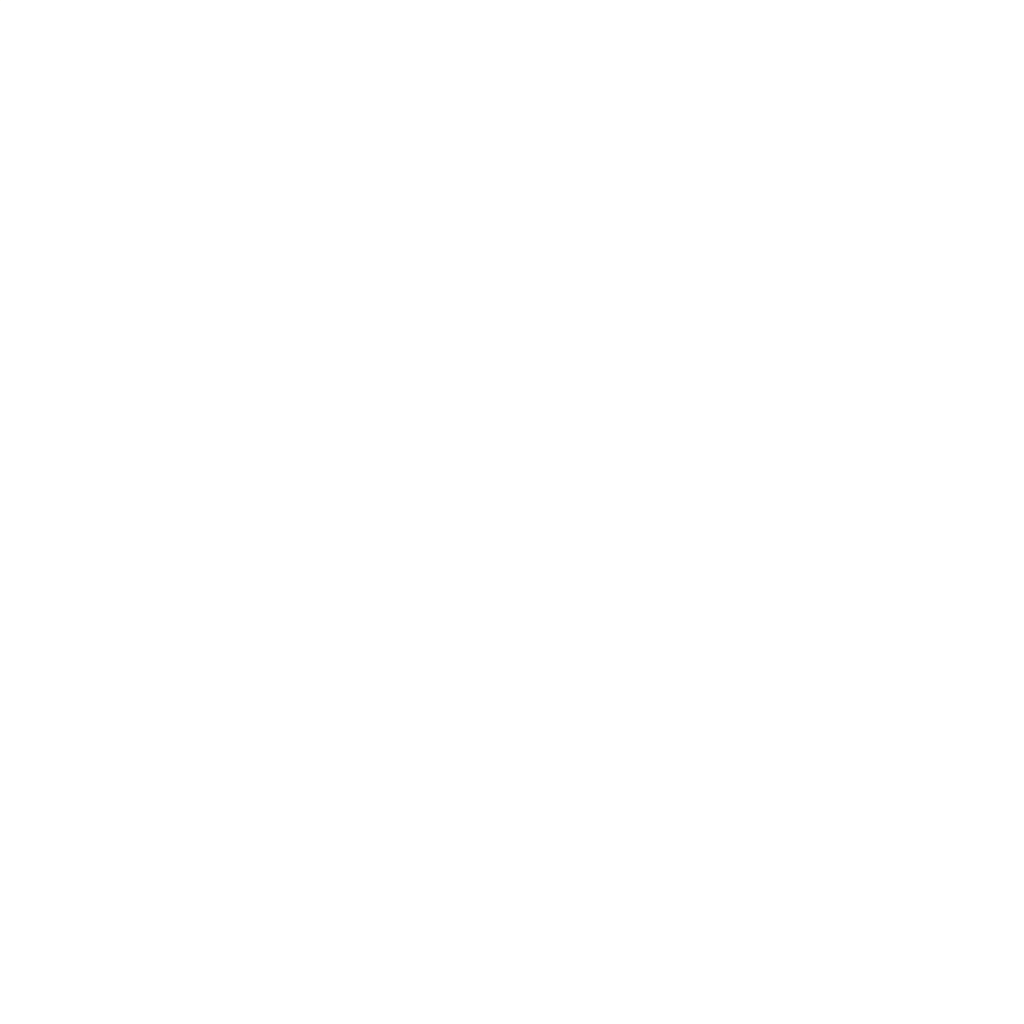
<source format=kicad_pcb>
(kicad_pcb (version 4) (host pcbnew 4.0.7)
  (layers (0 F.Cu signal) (31 B.Cu signal) (34 B.Paste user hide) (35 F.Paste user hide) (36 B.SilkS user) (37 F.SilkS user) (38 B.Mask user) (39 F.Mask user) (44 Edge.Cuts user))
  (net 0 "")
  (net 1 GND)
  (net 2 "Net-(ANT1-Pad1)")
  (net 3 "Net-(BT1-Pad1)")
  (net 4 VBUS)
  (net 5 +3V3)
  (net 6 "Net-(C5-Pad1)")
  (net 7 "Net-(C6-Pad1)")
  (net 8 "Net-(C7-Pad1)")
  (net 9 VCC)
  (net 10 /KW41Z/ANT)
  (net 11 /DIPDAP/TGT_NRESET)
  (net 12 "Net-(D2-Pad1)")
  (net 13 "Net-(D3-Pad1)")
  (net 14 "Net-(D4-Pad1)")
  (net 15 "Net-(D5-Pad1)")
  (net 16 "Net-(D6-Pad1)")
  (net 17 "Net-(J1-Pad4)")
  (net 18 /DIPDAP/TGT_SWCLK)
  (net 19 /DIPDAP/TGT_SWDIO)
  (net 20 /DIPDAP/TGT_TX)
  (net 21 /DIPDAP/TGT_RX)
  (net 22 "Net-(Q1-Pad3)")
  (net 23 "Net-(R4-Pad2)")
  (net 24 "Net-(R6-Pad2)")
  (net 25 "Net-(R7-Pad2)")
  (net 26 "Net-(R8-Pad2)")
  (net 27 "Net-(R9-Pad2)")
  (net 28 "Net-(R10-Pad2)")
  (net 29 "Net-(R11-Pad2)")
  (net 30 "Net-(R12-Pad2)")
  (net 31 "Net-(R13-Pad2)")
  (net 32 /KW41Z/LED_Red)
  (net 33 /KW41Z/LED_Green)
  (net 34 "Net-(U1-Pad2)")
  (net 35 "Net-(U2-Pad10)")
  (net 36 "Net-(U2-Pad11)")
  (net 37 "Net-(U2-Pad18)")
  (net 38 "Net-(U2-Pad19)")
  (net 39 "Net-(U2-Pad20)")
  (net 40 "Net-(U2-Pad22)")
  (net 41 "Net-(U2-Pad23)")
  (net 42 "Net-(U2-Pad24)")
  (net 43 "Net-(U2-Pad25)")
  (net 44 "Net-(U2-Pad26)")
  (net 45 "Net-(U2-Pad27)")
  (net 46 "Net-(U2-Pad28)")
  (net 47 "Net-(U2-Pad30)")
  (net 48 "Net-(U3-Pad2)")
  (net 49 /KW41Z/D2)
  (net 50 /KW41Z/D3)
  (net 51 /KW41Z/D4)
  (net 52 /KW41Z/D5)
  (net 53 /KW41Z/D6)
  (net 54 /KW41Z/SDA)
  (net 55 /KW41Z/SCL)
  (net 56 /KW41Z/D9)
  (net 57 /KW41Z/D10)
  (net 58 /KW41Z/MOSI)
  (net 59 /KW41Z/MISO)
  (net 60 /KW41Z/SCK)
  (net 61 /KW41Z/A0)
  (net 62 /KW41Z/A1)
  (net 63 /KW41Z/A2)
  (net 64 /KW41Z/A3)
  (net 65 "Net-(U5-Pad11)")
  (net 66 "Net-(U5-Pad12)")
  (net 67 "Net-(U5-Pad21)")
  (net 68 "Net-(U5-Pad22)")
  (net 69 "Net-(U5-Pad24)")
  (net 70 "Net-(U5-Pad25)")
  (net 71 "Net-(U5-Pad29)")
  (net 72 "Net-(U5-Pad30)")
  (net 73 "Net-(U5-Pad31)")
  (net 74 "Net-(SW1-Pad2)")
  (net 75 "Net-(C12-Pad1)")
  (net 76 "Net-(C2-Pad1)")
  (net 77 "Net-(C3-Pad1)")
  (net 78 "Net-(J1-Pad2)")
  (net 79 "Net-(J1-Pad3)")
  (net 80 "Net-(Q1-Pad1)")
  (net 81 "Net-(C4-Pad1)")
  (module Symbols:OSHW-Symbol_6.7x6mm_SilkScreen (layer B.Cu) (at 86.65 50 90)
    (fp_text reference REF*** hide)
    (fp_text value OSHW-Symbol_6.7x6mm_SilkScreen hide)
  )
  (module Battery_Holders:Keystone_1058_1x2032-CoinCell (layer B.Cu) (at 98.5 49.75 17)
    (fp_text reference BT1 (at 0 0 17) (layer B.SilkS) (effects (font (size 0.8 0.8)) (justify mirror)))
    (fp_text value Battery_Cell)
    (pad 1 smd rect (at -14.68 0 17) (size 2.54 3.51) (layers B.Cu B.Paste B.Mask) (net 3 "Net-(BT1-Pad1)"))
    (pad 2 smd rect (at 14.68 0 17) (size 2.54 3.51) (layers B.Cu B.Paste B.Mask) (net 1 GND) (thermal_gap 0.4))
  )
  (module Housings_DFN_QFN:QFN-48-1EP_7x7mm_Pitch0.5mm (layer F.Cu) (at 106.5 50 315)
    (fp_text reference U5 (at -4.808326 -2.616295 360) (layer F.SilkS) (effects (font (size 0.8 0.8))))
    (fp_text value MKW41Z)
    (pad 1 smd rect (at -3.4 -2.75 315) (size 0.7 0.25) (layers F.Cu F.Paste F.Mask) (net 19 /DIPDAP/TGT_SWDIO))
    (pad 2 smd rect (at -3.4 -2.25 315) (size 0.7 0.25) (layers F.Cu F.Paste F.Mask))
    (pad 3 smd rect (at -3.4 -1.75 315) (size 0.7 0.25) (layers F.Cu F.Paste F.Mask) (net 11 /DIPDAP/TGT_NRESET))
    (pad 4 smd rect (at -3.400001 -1.25 315) (size 0.7 0.25) (layers F.Cu F.Paste F.Mask) (net 49 /KW41Z/D2))
    (pad 5 smd rect (at -3.4 -0.75 315) (size 0.7 0.25) (layers F.Cu F.Paste F.Mask) (net 50 /KW41Z/D3))
    (pad 6 smd rect (at -3.4 -0.25 315) (size 0.7 0.25) (layers F.Cu F.Paste F.Mask) (net 51 /KW41Z/D4))
    (pad 7 smd rect (at -3.4 0.25 315) (size 0.7 0.25) (layers F.Cu F.Paste F.Mask) (net 52 /KW41Z/D5))
    (pad 8 smd rect (at -3.4 0.75 315) (size 0.7 0.25) (layers F.Cu F.Paste F.Mask) (net 1 GND))
    (pad 9 smd rect (at -3.400001 1.25 315) (size 0.7 0.25) (layers F.Cu F.Paste F.Mask) (net 5 +3V3))
    (pad 10 smd rect (at -3.4 1.75 315) (size 0.7 0.25) (layers F.Cu F.Paste F.Mask) (net 5 +3V3))
    (pad 11 smd rect (at -3.4 2.25 315) (size 0.7 0.25) (layers F.Cu F.Paste F.Mask) (net 65 "Net-(U5-Pad11)"))
    (pad 12 smd rect (at -3.4 2.75 315) (size 0.7 0.25) (layers F.Cu F.Paste F.Mask) (net 66 "Net-(U5-Pad12)"))
    (pad 13 smd rect (at -2.75 3.4 45) (size 0.7 0.25) (layers F.Cu F.Paste F.Mask) (net 1 GND))
    (pad 14 smd rect (at -2.25 3.4 45) (size 0.7 0.25) (layers F.Cu F.Paste F.Mask) (net 5 +3V3))
    (pad 15 smd rect (at -1.75 3.4 45) (size 0.7 0.25) (layers F.Cu F.Paste F.Mask) (net 5 +3V3))
    (pad 16 smd rect (at -1.25 3.400001 45) (size 0.7 0.25) (layers F.Cu F.Paste F.Mask) (net 32 /KW41Z/LED_Red))
    (pad 17 smd rect (at -0.75 3.4 45) (size 0.7 0.25) (layers F.Cu F.Paste F.Mask) (net 61 /KW41Z/A0))
    (pad 18 smd rect (at -0.25 3.4 45) (size 0.7 0.25) (layers F.Cu F.Paste F.Mask) (net 62 /KW41Z/A1))
    (pad 19 smd rect (at 0.25 3.4 45) (size 0.7 0.25) (layers F.Cu F.Paste F.Mask) (net 63 /KW41Z/A2))
    (pad 20 smd rect (at 0.75 3.4 45) (size 0.7 0.25) (layers F.Cu F.Paste F.Mask) (net 5 +3V3))
    (pad 21 smd rect (at 1.25 3.400001 45) (size 0.7 0.25) (layers F.Cu F.Paste F.Mask) (net 67 "Net-(U5-Pad21)"))
    (pad 22 smd rect (at 1.75 3.4 45) (size 0.7 0.25) (layers F.Cu F.Paste F.Mask) (net 68 "Net-(U5-Pad22)"))
    (pad 23 smd rect (at 2.25 3.4 45) (size 0.7 0.25) (layers F.Cu F.Paste F.Mask) (net 64 /KW41Z/A3))
    (pad 24 smd rect (at 2.75 3.4 45) (size 0.7 0.25) (layers F.Cu F.Paste F.Mask) (net 69 "Net-(U5-Pad24)"))
    (pad 25 smd rect (at 3.4 2.75 315) (size 0.7 0.25) (layers F.Cu F.Paste F.Mask) (net 70 "Net-(U5-Pad25)"))
    (pad 26 smd rect (at 3.4 2.25 315) (size 0.7 0.25) (layers F.Cu F.Paste F.Mask) (net 1 GND))
    (pad 27 smd rect (at 3.4 1.75 315) (size 0.7 0.25) (layers F.Cu F.Paste F.Mask) (net 5 +3V3))
    (pad 28 smd rect (at 3.400001 1.25 315) (size 0.7 0.25) (layers F.Cu F.Paste F.Mask) (net 5 +3V3))
    (pad 29 smd rect (at 3.4 0.75 315) (size 0.7 0.25) (layers F.Cu F.Paste F.Mask) (net 71 "Net-(U5-Pad29)"))
    (pad 30 smd rect (at 3.4 0.25 315) (size 0.7 0.25) (layers F.Cu F.Paste F.Mask) (net 72 "Net-(U5-Pad30)"))
    (pad 31 smd rect (at 3.4 -0.25 315) (size 0.7 0.25) (layers F.Cu F.Paste F.Mask) (net 73 "Net-(U5-Pad31)"))
    (pad 32 smd rect (at 3.4 -0.75 315) (size 0.7 0.25) (layers F.Cu F.Paste F.Mask) (net 5 +3V3))
    (pad 33 smd rect (at 3.400001 -1.25 315) (size 0.7 0.25) (layers F.Cu F.Paste F.Mask) (net 10 /KW41Z/ANT))
    (pad 34 smd rect (at 3.4 -1.75 315) (size 0.7 0.25) (layers F.Cu F.Paste F.Mask) (net 1 GND))
    (pad 35 smd rect (at 3.4 -2.25 315) (size 0.7 0.25) (layers F.Cu F.Paste F.Mask) (net 5 +3V3))
    (pad 36 smd rect (at 3.4 -2.75 315) (size 0.7 0.25) (layers F.Cu F.Paste F.Mask) (net 5 +3V3))
    (pad 37 smd rect (at 2.75 -3.4 45) (size 0.7 0.25) (layers F.Cu F.Paste F.Mask) (net 56 /KW41Z/D9))
    (pad 38 smd rect (at 2.25 -3.4 45) (size 0.7 0.25) (layers F.Cu F.Paste F.Mask) (net 55 /KW41Z/SCL))
    (pad 39 smd rect (at 1.75 -3.4 45) (size 0.7 0.25) (layers F.Cu F.Paste F.Mask) (net 54 /KW41Z/SDA))
    (pad 40 smd rect (at 1.25 -3.400001 45) (size 0.7 0.25) (layers F.Cu F.Paste F.Mask) (net 53 /KW41Z/D6))
    (pad 41 smd rect (at 0.75 -3.4 45) (size 0.7 0.25) (layers F.Cu F.Paste F.Mask) (net 33 /KW41Z/LED_Green))
    (pad 42 smd rect (at 0.25 -3.4 45) (size 0.7 0.25) (layers F.Cu F.Paste F.Mask) (net 21 /DIPDAP/TGT_RX))
    (pad 43 smd rect (at -0.25 -3.4 45) (size 0.7 0.25) (layers F.Cu F.Paste F.Mask) (net 20 /DIPDAP/TGT_TX))
    (pad 44 smd rect (at -0.75 -3.4 45) (size 0.7 0.25) (layers F.Cu F.Paste F.Mask) (net 5 +3V3))
    (pad 45 smd rect (at -1.25 -3.400001 45) (size 0.7 0.25) (layers F.Cu F.Paste F.Mask) (net 60 /KW41Z/SCK))
    (pad 46 smd rect (at -1.75 -3.4 45) (size 0.7 0.25) (layers F.Cu F.Paste F.Mask) (net 58 /KW41Z/MOSI))
    (pad 47 smd rect (at -2.25 -3.4 45) (size 0.7 0.25) (layers F.Cu F.Paste F.Mask) (net 59 /KW41Z/MISO))
    (pad 48 smd rect (at -2.75 -3.4 45) (size 0.7 0.25) (layers F.Cu F.Paste F.Mask) (net 57 /KW41Z/D10))
    (pad 49 smd rect (at 1.5 1.5 315) (size 0.41 0.41) (layers F.Cu F.Paste F.Mask) (net 1 GND))
    (pad 49 smd rect (at 1.5 0.5 315) (size 0.41 0.41) (layers F.Cu F.Paste F.Mask) (net 1 GND))
    (pad 49 smd rect (at 1.5 -0.5 315) (size 0.41 0.41) (layers F.Cu F.Paste F.Mask) (net 1 GND))
    (pad 49 smd rect (at 1.5 -1.5 315) (size 0.41 0.41) (layers F.Cu F.Paste F.Mask) (net 1 GND))
    (pad 49 smd rect (at 0.5 1.5 315) (size 0.41 0.41) (layers F.Cu F.Paste F.Mask) (net 1 GND))
    (pad 49 smd rect (at 0.5 0.5 315) (size 0.41 0.41) (layers F.Cu F.Paste F.Mask) (net 1 GND))
    (pad 49 smd rect (at 0.5 -0.5 315) (size 0.41 0.41) (layers F.Cu F.Paste F.Mask) (net 1 GND))
    (pad 49 smd rect (at 0.5 -1.5 315) (size 0.41 0.41) (layers F.Cu F.Paste F.Mask) (net 1 GND))
    (pad 49 smd rect (at -0.5 1.5 315) (size 0.41 0.41) (layers F.Cu F.Paste F.Mask) (net 1 GND))
    (pad 49 smd rect (at -0.5 0.5 315) (size 0.41 0.41) (layers F.Cu F.Paste F.Mask) (net 1 GND))
    (pad 49 smd rect (at -0.5 -0.5 315) (size 0.41 0.41) (layers F.Cu F.Paste F.Mask) (net 1 GND))
    (pad 49 smd rect (at -0.5 -1.5 315) (size 0.41 0.41) (layers F.Cu F.Paste F.Mask) (net 1 GND) (clearance 0.1))
    (pad 49 smd rect (at -1.5 1.5 315) (size 0.41 0.41) (layers F.Cu F.Paste F.Mask) (net 1 GND))
    (pad 49 smd rect (at -1.5 0.5 315) (size 0.41 0.41) (layers F.Cu F.Paste F.Mask) (net 1 GND))
    (pad 49 smd rect (at -1.5 -0.5 315) (size 0.41 0.41) (layers F.Cu F.Paste F.Mask) (net 1 GND))
    (pad 49 smd rect (at -1.5 -1.5 315) (size 0.41 0.41) (layers F.Cu F.Paste F.Mask) (net 1 GND))
  )
  (module Crystals:Crystal_SMD_2016-4pin_2.0x1.6mm (layer F.Cu) (at 109.6 55.2)
    (fp_text reference Y2 (at 2.21 0.24 90) (layer F.SilkS) (effects (font (size 0.8 0.8))))
    (fp_text value 32MHz)
    (pad 1 smd rect (at -0.7 0.55) (size 0.9 0.8) (layers F.Cu F.Paste F.Mask) (net 72 "Net-(U5-Pad30)"))
    (pad 2 smd rect (at 0.7 0.55) (size 0.9 0.8) (layers F.Cu F.Paste F.Mask) (net 1 GND))
    (pad 3 smd rect (at 0.7 -0.55) (size 0.9 0.8) (layers F.Cu F.Paste F.Mask) (net 73 "Net-(U5-Pad31)"))
    (pad 4 smd rect (at -0.7 -0.55) (size 0.9 0.8) (layers F.Cu F.Paste F.Mask) (net 1 GND))
  )
  (module Arduino_Mini (layer F.Cu) (at 97.71 50 90)
    (fp_text reference U4 hide)
    (fp_text value Module_CONN hide)
    (pad 24 thru_hole oval (at 7.62 -13.97 90) (size 1.7 1.7) (drill 1) (layers *.Cu *.Mask) (net 9 VCC))
    (pad 23 thru_hole oval (at 7.62 -11.43 90) (size 1.7 1.7) (drill 1) (layers *.Cu *.Mask) (net 1 GND))
    (pad 22 thru_hole oval (at 7.62 -8.89 90) (size 1.7 1.7) (drill 1) (layers *.Cu *.Mask) (net 11 /DIPDAP/TGT_NRESET))
    (pad 21 thru_hole oval (at 7.62 -6.35 90) (size 1.7 1.7) (drill 1) (layers *.Cu *.Mask) (net 5 +3V3))
    (pad 20 thru_hole oval (at 7.62 -3.81 90) (size 1.7 1.7) (drill 1) (layers *.Cu *.Mask) (net 64 /KW41Z/A3))
    (pad 19 thru_hole oval (at 7.62 -1.27 90) (size 1.7 1.7) (drill 1) (layers *.Cu *.Mask) (net 63 /KW41Z/A2))
    (pad 18 thru_hole oval (at 7.62 1.27 90) (size 1.7 1.7) (drill 1) (layers *.Cu *.Mask) (net 62 /KW41Z/A1))
    (pad 17 thru_hole oval (at 7.62 3.81 90) (size 1.7 1.7) (drill 1) (layers *.Cu *.Mask) (net 61 /KW41Z/A0))
    (pad 16 thru_hole oval (at 7.62 6.35 90) (size 1.7 1.7) (drill 1) (layers *.Cu *.Mask) (net 60 /KW41Z/SCK))
    (pad 15 thru_hole oval (at 7.62 8.89 90) (size 1.7 1.7) (drill 1) (layers *.Cu *.Mask) (net 59 /KW41Z/MISO))
    (pad 14 thru_hole oval (at 7.62 11.43 90) (size 1.7 1.7) (drill 1) (layers *.Cu *.Mask) (net 58 /KW41Z/MOSI))
    (pad 13 thru_hole oval (at 7.62 13.97 90) (size 1.7 1.7) (drill 1) (layers *.Cu *.Mask) (net 57 /KW41Z/D10))
    (pad 12 thru_hole oval (at -7.62 13.97 90) (size 1.7 1.7) (drill 1) (layers *.Cu *.Mask) (net 56 /KW41Z/D9))
    (pad 11 thru_hole oval (at -7.62 11.43 90) (size 1.7 1.7) (drill 1) (layers *.Cu *.Mask) (net 55 /KW41Z/SCL))
    (pad 10 thru_hole oval (at -7.62 8.89 90) (size 1.7 1.7) (drill 1) (layers *.Cu *.Mask) (net 54 /KW41Z/SDA))
    (pad 9 thru_hole oval (at -7.62 6.35 90) (size 1.7 1.7) (drill 1) (layers *.Cu *.Mask) (net 53 /KW41Z/D6))
    (pad 8 thru_hole oval (at -7.62 3.81 90) (size 1.7 1.7) (drill 1) (layers *.Cu *.Mask) (net 52 /KW41Z/D5))
    (pad 7 thru_hole oval (at -7.62 1.27 90) (size 1.7 1.7) (drill 1) (layers *.Cu *.Mask) (net 51 /KW41Z/D4))
    (pad 6 thru_hole oval (at -7.62 -1.27 90) (size 1.7 1.7) (drill 1) (layers *.Cu *.Mask) (net 50 /KW41Z/D3))
    (pad 5 thru_hole oval (at -7.62 -3.81 90) (size 1.7 1.7) (drill 1) (layers *.Cu *.Mask) (net 49 /KW41Z/D2))
    (pad 4 thru_hole oval (at -7.62 -6.35 90) (size 1.7 1.7) (drill 1) (layers *.Cu *.Mask) (net 1 GND))
    (pad 3 thru_hole oval (at -7.62 -8.89 90) (size 1.7 1.7) (drill 1) (layers *.Cu *.Mask) (net 11 /DIPDAP/TGT_NRESET))
    (pad 2 thru_hole oval (at -7.62 -11.43 90) (size 1.7 1.7) (drill 1) (layers *.Cu *.Mask) (net 21 /DIPDAP/TGT_RX))
    (pad 1 thru_hole circle (at -7.62 -13.97 90) (size 1.7 1.7) (drill 1) (layers *.Cu *.Mask) (net 20 /DIPDAP/TGT_TX))
  )
  (module Capacitors_SMD:C_0402 (layer F.Cu) (at 110.1 44.625)
    (fp_text reference C16 (at 2.75 0) (layer F.SilkS) (effects (font (size 0.8 0.8))))
    (fp_text value 100n)
    (pad 2 smd rect (at 0.55 0) (size 0.6 0.5) (layers F.Cu F.Paste F.Mask) (net 1 GND))
    (pad 1 smd rect (at -0.55 0) (size 0.6 0.5) (layers F.Cu F.Paste F.Mask) (net 5 +3V3))
  )
  (module Capacitors_SMD:C_0603 (layer F.Cu) (at 87.75 49.75 90)
    (fp_text reference C12 (at -2.675 0 270) (layer F.SilkS) (effects (font (size 0.8 0.8))))
    (fp_text value 10u)
    (pad 1 smd rect (at -0.75 0 90) (size 0.8 0.75) (layers F.Cu F.Paste F.Mask) (net 75 "Net-(C12-Pad1)"))
    (pad 2 smd rect (at 0.75 0 90) (size 0.8 0.75) (layers F.Cu F.Paste F.Mask) (net 1 GND))
  )
  (module Capacitors_SMD:C_0603 (layer F.Cu) (at 87.75 46.5 270)
    (fp_text reference C9 (at 0 -1.45 450) (layer F.SilkS) (effects (font (size 0.8 0.8))))
    (fp_text value 1u)
    (pad 1 smd rect (at -0.75 0 270) (size 0.8 0.75) (layers F.Cu F.Paste F.Mask) (net 9 VCC))
    (pad 2 smd rect (at 0.75 0 270) (size 0.8 0.75) (layers F.Cu F.Paste F.Mask) (net 1 GND))
  )
  (module Capacitors_SMD:C_0603 (layer F.Cu) (at 63.5 46.75 270)
    (fp_text reference C4 (at -1.2 -1.55 540) (layer F.SilkS) (effects (font (size 0.8 0.8))))
    (fp_text value 10u)
    (pad 1 smd rect (at -0.75 0 270) (size 0.8 0.75) (layers F.Cu F.Paste F.Mask) (net 81 "Net-(C4-Pad1)"))
    (pad 2 smd rect (at 0.75 0 270) (size 0.8 0.75) (layers F.Cu F.Paste F.Mask) (net 1 GND))
  )
  (module Capacitors_SMD:C_0603 (layer F.Cu) (at 59.1 43.25 270)
    (fp_text reference C1 (at -2 0 360) (layer F.SilkS) (effects (font (size 0.8 0.8))))
    (fp_text value 1u)
    (pad 1 smd rect (at -0.75 0 270) (size 0.8 0.75) (layers F.Cu F.Paste F.Mask) (net 4 VBUS))
    (pad 2 smd rect (at 0.75 0 270) (size 0.8 0.75) (layers F.Cu F.Paste F.Mask) (net 1 GND))
  )
  (module Crystals:Crystal_SMD_2012-2pin_2.0x1.2mm (layer F.Cu) (at 103.45 55 180)
    (fp_text reference Y3 (at 0.65 1.6 180) (layer F.SilkS) (effects (font (size 0.8 0.8))))
    (fp_text value 32KHz)
    (pad 2 smd rect (at 0.7 0 180) (size 0.6 1.1) (layers F.Cu F.Paste F.Mask) (net 67 "Net-(U5-Pad21)"))
    (pad 1 smd rect (at -0.7 0 180) (size 0.6 1.1) (layers F.Cu F.Paste F.Mask) (net 68 "Net-(U5-Pad22)"))
  )
  (module Capacitors_SMD:C_0402 (layer F.Cu) (at 101.3 54.6 270)
    (fp_text reference C17 (at 0 1.25 270) (layer F.SilkS) (effects (font (size 0.8 0.8))))
    (fp_text value 100n)
    (pad 2 smd rect (at 0.55 0 270) (size 0.6 0.5) (layers F.Cu F.Paste F.Mask) (net 1 GND))
    (pad 1 smd rect (at -0.55 0 270) (size 0.6 0.5) (layers F.Cu F.Paste F.Mask) (net 5 +3V3))
  )
  (module Capacitors_SMD:C_0402 (layer F.Cu) (at 112.65 49.9 90)
    (fp_text reference C14 (at 2.55 0 90) (layer F.SilkS) (effects (font (size 0.8 0.8))))
    (fp_text value 100n)
    (pad 2 smd rect (at 0.55 0 90) (size 0.6 0.5) (layers F.Cu F.Paste F.Mask) (net 1 GND))
    (pad 1 smd rect (at -0.55 0 90) (size 0.6 0.5) (layers F.Cu F.Paste F.Mask) (net 5 +3V3))
  )
  (module Capacitors_SMD:C_0402 (layer F.Cu) (at 101.5 48.25 45)
    (fp_text reference C15 (at 0 -1.06066 45) (layer F.SilkS) (effects (font (size 0.8 0.8))))
    (fp_text value 100n)
    (pad 2 smd rect (at 0.55 0 45) (size 0.6 0.5) (layers F.Cu F.Paste F.Mask) (net 1 GND))
    (pad 1 smd rect (at -0.55 0 45) (size 0.6 0.5) (layers F.Cu F.Paste F.Mask) (net 5 +3V3))
  )
  (module MyAntennas:SWRA117D (layer F.Cu) (at 118.1 53.434964 270)
    (fp_text reference ANT1 hide)
    (fp_text value SWRA117D hide)
    (fp_poly (pts (xy -1.636298 -0.762) (xy -3.668298 -0.762) (xy -3.668298 -3.386666) (xy -6.292964 -3.386666) (xy -6.292964 -0.762) (xy -8.324964 -0.762) (xy -8.324964 -3.386666) (xy -11.034298 -3.386666) (xy -11.034298 1.016) (xy -10.526298 1.016) (xy -10.526298 -2.878666) (xy -8.832964 -2.878666) (xy -8.832964 -0.254) (xy -5.869631 -0.254) (xy -5.869631 -2.878666) (xy -4.091631 -2.878666) (xy -4.091631 -0.254) (xy -1.128298 -0.254) (xy -1.128298 -2.878666) (xy 0.565036 -2.878666) (xy 0.565036 3.386667) (xy 1.073036 3.386667) (xy 1.073036 -2.878666) (xy 2.512369 -2.878666) (xy 2.512369 2.032) (xy 2.51 3.39) (xy 2.83 3.39) (xy 3.09 3.39) (xy 3.36 3.39) (xy 3.359036 2.032) (xy 3.359036 -3.386666) (xy -1.636298 -3.386666) (xy -1.636298 -0.762)) (layer F.Cu) (width 0.01))
    (pad 2 smd rect (at 2.94 3.11 270) (size 0.5 0.5) (layers F.Cu F.Paste) (net 1 GND))
    (pad 1 smd circle (at 0.815036 3.18 270) (size 0.4 0.4) (layers F.Cu F.Paste) (net 2 "Net-(ANT1-Pad1)"))
  )
  (module button:SW_SPST_KMR6 (layer F.Cu) (at 60.25 56.75)
    (fp_text reference SW1 (at 0.5 -2.19) (layer F.SilkS) (effects (font (size 0.8 0.8))))
    (fp_text value SW_Push)
    (pad 1 smd rect (at -2.05 -0.8) (size 0.9 1) (layers F.Cu F.Paste F.Mask) (net 1 GND))
    (pad 1 smd rect (at 2.05 -0.8) (size 0.9 1) (layers F.Cu F.Paste F.Mask) (net 1 GND))
    (pad 2 smd rect (at -2.05 0.8) (size 0.9 1) (layers F.Cu F.Paste F.Mask))
    (pad 2 smd rect (at 2.05 0.8) (size 0.9 1) (layers F.Cu F.Paste F.Mask) (net 74 "Net-(SW1-Pad2)"))
    (pad 3 smd rect (at 0 1.425) (size 1.7 0.55) (layers F.Cu F.Paste F.Mask))
  )
  (module button:SW_SPST_KMR6 (layer F.Cu) (at 91.55 50)
    (fp_text reference SW2 (at 3.475 0.025 90) (layer F.SilkS) (effects (font (size 0.8 0.8))))
    (fp_text value Reset)
    (pad 1 smd rect (at -2.05 -0.8) (size 0.9 1) (layers F.Cu F.Paste F.Mask) (net 1 GND))
    (pad 1 smd rect (at 2.05 -0.8) (size 0.9 1) (layers F.Cu F.Paste F.Mask) (net 1 GND))
    (pad 2 smd rect (at -2.05 0.8) (size 0.9 1) (layers F.Cu F.Paste F.Mask))
    (pad 2 smd rect (at 2.05 0.8) (size 0.9 1) (layers F.Cu F.Paste F.Mask) (net 11 /DIPDAP/TGT_NRESET))
    (pad 3 smd rect (at 0 1.425) (size 1.7 0.55) (layers F.Cu F.Paste F.Mask))
  )
  (module Capacitors_SMD:C_0603 (layer F.Cu) (at 67.5 46 90)
    (fp_text reference C8 (at 2.05 -0.3 180) (layer F.SilkS) (effects (font (size 0.8 0.8))))
    (fp_text value 100n)
    (pad 1 smd rect (at -0.75 0 90) (size 0.8 0.75) (layers F.Cu F.Paste F.Mask) (net 5 +3V3))
    (pad 2 smd rect (at 0.75 0 90) (size 0.8 0.75) (layers F.Cu F.Paste F.Mask) (net 1 GND))
  )
  (module Capacitors_SMD:C_0603 (layer F.Cu) (at 92.2 47 90)
    (fp_text reference C13 (at 0 2.95 270) (layer F.SilkS) (effects (font (size 0.8 0.8))))
    (fp_text value 100n)
    (pad 1 smd rect (at -0.75 0 90) (size 0.8 0.75) (layers F.Cu F.Paste F.Mask) (net 11 /DIPDAP/TGT_NRESET))
    (pad 2 smd rect (at 0.75 0 90) (size 0.8 0.75) (layers F.Cu F.Paste F.Mask) (net 1 GND))
  )
  (module Resistors_SMD:R_0603 (layer F.Cu) (at 90.6 47 270)
    (fp_text reference R16 (at 0 -3.25 270) (layer F.SilkS) (effects (font (size 0.8 0.8))))
    (fp_text value 10k)
    (pad 2 smd rect (at 0.75 0 270) (size 0.5 0.9) (layers F.Cu F.Paste F.Mask) (net 11 /DIPDAP/TGT_NRESET))
    (pad 1 smd rect (at -0.75 0 270) (size 0.5 0.9) (layers F.Cu F.Paste F.Mask) (net 5 +3V3))
  )
  (module LEDs:LED_0603 (layer F.Cu) (at 90.25 53 180)
    (fp_text reference D5 (at 0 -1.5 180) (layer F.SilkS) (effects (font (size 0.8 0.8))))
    (fp_text value Red)
    (pad 1 smd rect (at -0.8 0) (size 0.8 0.8) (layers F.Cu F.Paste F.Mask) (net 15 "Net-(D5-Pad1)"))
    (pad 2 smd rect (at 0.8 0) (size 0.8 0.8) (layers F.Cu F.Paste F.Mask) (net 5 +3V3))
  )
  (module LEDs:LED_0603 (layer F.Cu) (at 90.25 44.6 180)
    (fp_text reference D6 (at 2.5 0.4 180) (layer F.SilkS) (effects (font (size 0.8 0.8))))
    (fp_text value Green)
    (pad 1 smd rect (at -0.8 0) (size 0.8 0.8) (layers F.Cu F.Paste F.Mask) (net 16 "Net-(D6-Pad1)"))
    (pad 2 smd rect (at 0.8 0) (size 0.8 0.8) (layers F.Cu F.Paste F.Mask) (net 5 +3V3))
  )
  (module jumper:SOLDER-JUMPER_1-WAY (layer F.Cu) (at 85 54 180)
    (fp_text reference JP1 (at -0.025 -1.825 180) (layer F.SilkS) (effects (font (size 0.8 0.8))))
    (fp_text value Power hide)
    (pad 2 smd rect (at 0.65 0 180) (size 1 1) (layers F.Cu F.Paste F.Mask) (net 5 +3V3))
    (pad 1 smd rect (at -0.65 0 180) (size 1 1) (layers F.Cu F.Paste F.Mask) (net 5 +3V3))
  )
  (module Resistors_SMD:R_0603 (layer F.Cu) (at 65.25 47.5 270)
    (fp_text reference R4 (at 0.65 -1.45 450) (layer F.SilkS) (effects (font (size 0.8 0.8))))
    (fp_text value 10k)
    (pad 2 smd rect (at 0.75 0 270) (size 0.5 0.9) (layers F.Cu F.Paste F.Mask) (net 23 "Net-(R4-Pad2)"))
    (pad 1 smd rect (at -0.75 0 270) (size 0.5 0.9) (layers F.Cu F.Paste F.Mask) (net 5 +3V3))
  )
  (module Resistors_SMD:R_0603 (layer F.Cu) (at 64.75 51.25 180)
    (fp_text reference R1 (at 1.75 0 270) (layer F.SilkS) (effects (font (size 0.8 0.8))))
    (fp_text value 33)
    (pad 2 smd rect (at 0.75 0 180) (size 0.5 0.9) (layers F.Cu F.Paste F.Mask) (net 79 "Net-(J1-Pad3)"))
    (pad 1 smd rect (at -0.75 0 180) (size 0.5 0.9) (layers F.Cu F.Paste F.Mask) (net 77 "Net-(C3-Pad1)"))
  )
  (module Resistors_SMD:R_0603 (layer F.Cu) (at 64.75 49.75 180)
    (fp_text reference R2 (at 1.75 0 270) (layer F.SilkS) (effects (font (size 0.8 0.8))))
    (fp_text value 33)
    (pad 2 smd rect (at 0.75 0 180) (size 0.5 0.9) (layers F.Cu F.Paste F.Mask) (net 78 "Net-(J1-Pad2)"))
    (pad 1 smd rect (at -0.75 0 180) (size 0.5 0.9) (layers F.Cu F.Paste F.Mask) (net 76 "Net-(C2-Pad1)"))
  )
  (module TO_SOT_Packages_SMD:SOT-23 (layer F.Cu) (at 64.8 56.8 90)
    (fp_text reference Q1 (at 1.75 -1.5 90) (layer F.SilkS) (effects (font (size 0.8 0.8))))
    (fp_text value Q_PMOS_GSD)
    (pad 3 smd rect (at 1 0 90) (size 0.9 0.8) (layers F.Cu F.Paste F.Mask) (net 22 "Net-(Q1-Pad3)"))
    (pad 2 smd rect (at -1 0.95 90) (size 0.9 0.8) (layers F.Cu F.Paste F.Mask) (net 5 +3V3))
    (pad 1 smd rect (at -1 -0.95 90) (size 0.9 0.8) (layers F.Cu F.Paste F.Mask) (net 80 "Net-(Q1-Pad1)"))
  )
  (module Resistors_SMD:R_0603 (layer F.Cu) (at 64.75 53.5 180)
    (fp_text reference R3 (at 1.75 0 270) (layer F.SilkS) (effects (font (size 0.8 0.8))))
    (fp_text value 1k5)
    (pad 2 smd rect (at 0.75 0 180) (size 0.5 0.9) (layers F.Cu F.Paste F.Mask) (net 22 "Net-(Q1-Pad3)"))
    (pad 1 smd rect (at -0.75 0 180) (size 0.5 0.9) (layers F.Cu F.Paste F.Mask) (net 77 "Net-(C3-Pad1)"))
  )
  (module Capacitors_SMD:C_0603 (layer F.Cu) (at 72.25 43 180)
    (fp_text reference C5 (at 0 1.3 180) (layer F.SilkS) (effects (font (size 0.8 0.8))))
    (fp_text value 18p)
    (pad 1 smd rect (at -0.75 0 180) (size 0.8 0.75) (layers F.Cu F.Paste F.Mask) (net 6 "Net-(C5-Pad1)"))
    (pad 2 smd rect (at 0.75 0 180) (size 0.8 0.75) (layers F.Cu F.Paste F.Mask) (net 1 GND))
  )
  (module Capacitors_SMD:C_0603 (layer F.Cu) (at 69.25 43)
    (fp_text reference C7 (at 0 -1.3) (layer F.SilkS) (effects (font (size 0.8 0.8))))
    (fp_text value 18p)
    (pad 1 smd rect (at -0.75 0) (size 0.8 0.75) (layers F.Cu F.Paste F.Mask) (net 8 "Net-(C7-Pad1)"))
    (pad 2 smd rect (at 0.75 0) (size 0.8 0.75) (layers F.Cu F.Paste F.Mask) (net 1 GND))
  )
  (module Resistors_SMD:R_0603 (layer F.Cu) (at 75.6 43 90)
    (fp_text reference R9 (at 1.45 -1.35 270) (layer F.SilkS) (effects (font (size 0.8 0.8))))
    (fp_text value 470)
    (pad 2 smd rect (at 0.75 0 90) (size 0.5 0.9) (layers F.Cu F.Paste F.Mask) (net 27 "Net-(R9-Pad2)"))
    (pad 1 smd rect (at -0.75 0 90) (size 0.5 0.9) (layers F.Cu F.Paste F.Mask) (net 11 /DIPDAP/TGT_NRESET))
  )
  (module Capacitors_SMD:C_0603 (layer F.Cu) (at 75.5 45.5)
    (fp_text reference C6 (at -1.85 -0.4 90) (layer F.SilkS) (effects (font (size 0.8 0.8))))
    (fp_text value 100n)
    (pad 1 smd rect (at -0.75 0) (size 0.8 0.75) (layers F.Cu F.Paste F.Mask) (net 7 "Net-(C6-Pad1)"))
    (pad 2 smd rect (at 0.75 0) (size 0.8 0.75) (layers F.Cu F.Paste F.Mask) (net 1 GND))
  )
  (module LEDs:LED_0603 (layer F.Cu) (at 70.75 57.15 270)
    (fp_text reference D3 (at -1.9 0 360) (layer F.SilkS) (effects (font (size 0.8 0.8))))
    (fp_text value Yellow)
    (pad 1 smd rect (at -0.8 0 90) (size 0.8 0.8) (layers F.Cu F.Paste F.Mask) (net 13 "Net-(D3-Pad1)"))
    (pad 2 smd rect (at 0.8 0 90) (size 0.8 0.8) (layers F.Cu F.Paste F.Mask) (net 5 +3V3))
  )
  (module Resistors_SMD:R_0603 (layer F.Cu) (at 72.5 57.15 90)
    (fp_text reference R7 (at 1.9 0 180) (layer F.SilkS) (effects (font (size 0.8 0.8))))
    (fp_text value 470)
    (pad 2 smd rect (at 0.75 0 90) (size 0.5 0.9) (layers F.Cu F.Paste F.Mask) (net 25 "Net-(R7-Pad2)"))
    (pad 1 smd rect (at -0.75 0 90) (size 0.5 0.9) (layers F.Cu F.Paste F.Mask) (net 13 "Net-(D3-Pad1)"))
  )
  (module LEDs:LED_0603 (layer F.Cu) (at 74.25 57.15 270)
    (fp_text reference D4 (at -1.9 0 360) (layer F.SilkS) (effects (font (size 0.8 0.8))))
    (fp_text value Green)
    (pad 1 smd rect (at -0.8 0 90) (size 0.8 0.8) (layers F.Cu F.Paste F.Mask) (net 14 "Net-(D4-Pad1)"))
    (pad 2 smd rect (at 0.8 0 90) (size 0.8 0.8) (layers F.Cu F.Paste F.Mask) (net 5 +3V3))
  )
  (module Resistors_SMD:R_0603 (layer F.Cu) (at 76 57.15 90)
    (fp_text reference R8 (at 1.85 0 180) (layer F.SilkS) (effects (font (size 0.8 0.8))))
    (fp_text value 470)
    (pad 2 smd rect (at 0.75 0 90) (size 0.5 0.9) (layers F.Cu F.Paste F.Mask) (net 26 "Net-(R8-Pad2)"))
    (pad 1 smd rect (at -0.75 0 90) (size 0.5 0.9) (layers F.Cu F.Paste F.Mask) (net 14 "Net-(D4-Pad1)"))
  )
  (module LEDs:LED_0603 (layer F.Cu) (at 67.25 57.15 270)
    (fp_text reference D2 (at -1.9 0 360) (layer F.SilkS) (effects (font (size 0.8 0.8))))
    (fp_text value Red)
    (pad 1 smd rect (at -0.8 0 90) (size 0.8 0.8) (layers F.Cu F.Paste F.Mask) (net 12 "Net-(D2-Pad1)"))
    (pad 2 smd rect (at 0.8 0 90) (size 0.8 0.8) (layers F.Cu F.Paste F.Mask) (net 5 +3V3))
  )
  (module Resistors_SMD:R_0603 (layer F.Cu) (at 69 57.15 90)
    (fp_text reference R6 (at 1.9 0 180) (layer F.SilkS) (effects (font (size 0.8 0.8))))
    (fp_text value 470)
    (pad 2 smd rect (at 0.75 0 90) (size 0.5 0.9) (layers F.Cu F.Paste F.Mask) (net 24 "Net-(R6-Pad2)"))
    (pad 1 smd rect (at -0.75 0 90) (size 0.5 0.9) (layers F.Cu F.Paste F.Mask) (net 12 "Net-(D2-Pad1)"))
  )
  (module Resistors_SMD:R_0603 (layer F.Cu) (at 75.5 54 180)
    (fp_text reference R13 hide)
    (fp_text value 470)
    (pad 2 smd rect (at 0.75 0 180) (size 0.5 0.9) (layers F.Cu F.Paste F.Mask) (net 31 "Net-(R13-Pad2)"))
    (pad 1 smd rect (at -0.75 0 180) (size 0.5 0.9) (layers F.Cu F.Paste F.Mask) (net 18 /DIPDAP/TGT_SWCLK))
  )
  (module Resistors_SMD:R_0603 (layer F.Cu) (at 75.5 52.25 180)
    (fp_text reference R13-R10 (at 1.75 0.9 270) (layer F.SilkS) (effects (font (size 0.8 0.8))))
    (fp_text value 470)
    (pad 2 smd rect (at 0.75 0 180) (size 0.5 0.9) (layers F.Cu F.Paste F.Mask) (net 30 "Net-(R12-Pad2)"))
    (pad 1 smd rect (at -0.75 0 180) (size 0.5 0.9) (layers F.Cu F.Paste F.Mask) (net 19 /DIPDAP/TGT_SWDIO))
  )
  (module Resistors_SMD:R_0603 (layer F.Cu) (at 75.5 50.5 180)
    (fp_text reference R11 hide)
    (fp_text value 470)
    (pad 2 smd rect (at 0.75 0 180) (size 0.5 0.9) (layers F.Cu F.Paste F.Mask) (net 29 "Net-(R11-Pad2)"))
    (pad 1 smd rect (at -0.75 0 180) (size 0.5 0.9) (layers F.Cu F.Paste F.Mask) (net 20 /DIPDAP/TGT_TX))
  )
  (module Resistors_SMD:R_0603 (layer F.Cu) (at 75.5 47)
    (fp_text reference R5 (at -1.75 -0.05 90) (layer F.SilkS) (effects (font (size 0.8 0.8))))
    (fp_text value 10k)
    (pad 2 smd rect (at 0.75 0) (size 0.5 0.9) (layers F.Cu F.Paste F.Mask) (net 5 +3V3))
    (pad 1 smd rect (at -0.75 0) (size 0.5 0.9) (layers F.Cu F.Paste F.Mask) (net 7 "Net-(C6-Pad1)"))
  )
  (module Resistors_SMD:R_0603 (layer F.Cu) (at 75.5 48.75 180)
    (fp_text reference R10 hide)
    (fp_text value 470)
    (pad 2 smd rect (at 0.75 0 180) (size 0.5 0.9) (layers F.Cu F.Paste F.Mask) (net 28 "Net-(R10-Pad2)"))
    (pad 1 smd rect (at -0.75 0 180) (size 0.5 0.9) (layers F.Cu F.Paste F.Mask) (net 21 /DIPDAP/TGT_RX))
  )
  (module Resistors_SMD:R_0603 (layer F.Cu) (at 93.5 53 180)
    (fp_text reference R14 (at 0 -1.7 180) (layer F.SilkS) (effects (font (size 0.8 0.8))))
    (fp_text value 470)
    (pad 2 smd rect (at 0.75 0 180) (size 0.5 0.9) (layers F.Cu F.Paste F.Mask) (net 15 "Net-(D5-Pad1)"))
    (pad 1 smd rect (at -0.75 0 180) (size 0.5 0.9) (layers F.Cu F.Paste F.Mask) (net 32 /KW41Z/LED_Red))
  )
  (module Resistors_SMD:R_0603 (layer F.Cu) (at 93.5 44.6 180)
    (fp_text reference R15 (at -2.625 -0.025 180) (layer F.SilkS) (effects (font (size 0.8 0.8))))
    (fp_text value 470)
    (pad 2 smd rect (at 0.75 0 180) (size 0.5 0.9) (layers F.Cu F.Paste F.Mask) (net 16 "Net-(D6-Pad1)"))
    (pad 1 smd rect (at -0.75 0 180) (size 0.5 0.9) (layers F.Cu F.Paste F.Mask) (net 33 /KW41Z/LED_Green))
  )
  (module Crystals:Crystal_SMD_3225-4pin_3.2x2.5mm (layer F.Cu) (at 71 45.5 180)
    (fp_text reference Y1 (at 1.25 -2.25 180) (layer F.SilkS) (effects (font (size 0.8 0.8))))
    (fp_text value 12MHz)
    (pad 4 smd rect (at -1.1 -0.85 180) (size 1.4 1.2) (layers F.Cu F.Paste F.Mask) (net 1 GND))
    (pad 3 smd rect (at 1.1 -0.85 180) (size 1.4 1.2) (layers F.Cu F.Paste F.Mask) (net 8 "Net-(C7-Pad1)"))
    (pad 2 smd rect (at 1.1 0.85 180) (size 1.4 1.2) (layers F.Cu F.Paste F.Mask) (net 1 GND))
    (pad 1 smd rect (at -1.1 0.85 180) (size 1.4 1.2) (layers F.Cu F.Paste F.Mask) (net 6 "Net-(C5-Pad1)"))
  )
  (module Inductors_SMD:L_0402 (layer F.Cu) (at 111.75 53.468198 315)
    (fp_text reference L1 (at 0.141421 -1.343503 315) (layer F.SilkS) (effects (font (size 0.8 0.8))))
    (fp_text value 5.1n)
    (pad 2 smd rect (at 0.45 0 315) (size 0.4 0.6) (layers F.Cu F.Paste F.Mask) (net 2 "Net-(ANT1-Pad1)"))
    (pad 1 smd rect (at -0.45 0 315) (size 0.4 0.6) (layers F.Cu F.Paste F.Mask) (net 10 /KW41Z/ANT))
  )
  (module Capacitors_SMD:C_0402 (layer F.Cu) (at 113.2 54.8 270)
    (fp_text reference C10 (at 2.52 -0.54 270) (layer F.SilkS) (effects (font (size 0.8 0.8))))
    (fp_text value 0.7p)
    (pad 2 smd rect (at 0.55 0 270) (size 0.6 0.5) (layers F.Cu F.Paste F.Mask) (net 1 GND))
    (pad 1 smd rect (at -0.55 0 270) (size 0.6 0.5) (layers F.Cu F.Paste F.Mask) (net 2 "Net-(ANT1-Pad1)"))
  )
  (module Capacitors_SMD:C_0402 (layer F.Cu) (at 111.05 52 45)
    (fp_text reference C11 (at 2.496087 1.378858 45) (layer F.SilkS) (effects (font (size 0.8 0.8))))
    (fp_text value 0.7p)
    (pad 2 smd rect (at 0.55 0 45) (size 0.6 0.5) (layers F.Cu F.Paste F.Mask) (net 1 GND))
    (pad 1 smd rect (at -0.55 0 45) (size 0.6 0.5) (layers F.Cu F.Paste F.Mask) (net 10 /KW41Z/ANT))
  )
  (module Pin_Headers:Pin_Header_Straight_1x07_Pitch2.54mm (layer F.Cu) (at 78.66 50)
    (fp_text reference J2 hide)
    (fp_text value Conn_01x07)
    (pad 7 thru_hole oval (at 0 7.62) (size 1.7 1.7) (drill 1) (layers *.Cu *.Mask) (net 18 /DIPDAP/TGT_SWCLK))
    (pad 6 thru_hole oval (at 0 5.08) (size 1.7 1.7) (drill 1) (layers *.Cu *.Mask) (net 19 /DIPDAP/TGT_SWDIO))
    (pad 5 thru_hole oval (at 0 2.54) (size 1.7 1.7) (drill 1) (layers *.Cu *.Mask) (net 20 /DIPDAP/TGT_TX))
    (pad 4 thru_hole oval (at 0 0) (size 1.7 1.7) (drill 1) (layers *.Cu *.Mask) (net 21 /DIPDAP/TGT_RX))
    (pad 3 thru_hole oval (at 0 -2.54) (size 1.7 1.7) (drill 1) (layers *.Cu *.Mask) (net 5 +3V3))
    (pad 2 thru_hole oval (at 0 -5.08) (size 1.7 1.7) (drill 1) (layers *.Cu *.Mask) (net 11 /DIPDAP/TGT_NRESET))
    (pad 1 thru_hole rect (at 0 -7.62) (size 1.7 1.7) (drill 1) (layers *.Cu *.Mask) (net 1 GND))
  )
  (module Pin_Headers:Pin_Header_Straight_1x07_Pitch2.54mm (layer F.Cu) (at 81.2 50)
    (fp_text reference J3 hide)
    (fp_text value Conn_01x07)
    (pad 1 thru_hole rect (at 0 -7.62) (size 1.7 1.7) (drill 1) (layers *.Cu *.Mask) (net 1 GND))
    (pad 2 thru_hole oval (at 0 -5.08) (size 1.7 1.7) (drill 1) (layers *.Cu *.Mask) (net 11 /DIPDAP/TGT_NRESET))
    (pad 3 thru_hole oval (at 0 -2.54) (size 1.7 1.7) (drill 1) (layers *.Cu *.Mask) (net 5 +3V3))
    (pad 4 thru_hole oval (at 0 0) (size 1.7 1.7) (drill 1) (layers *.Cu *.Mask) (net 21 /DIPDAP/TGT_RX))
    (pad 5 thru_hole oval (at 0 2.54) (size 1.7 1.7) (drill 1) (layers *.Cu *.Mask) (net 20 /DIPDAP/TGT_TX))
    (pad 6 thru_hole oval (at 0 5.08) (size 1.7 1.7) (drill 1) (layers *.Cu *.Mask) (net 19 /DIPDAP/TGT_SWDIO))
    (pad 7 thru_hole oval (at 0 7.62) (size 1.7 1.7) (drill 1) (layers *.Cu *.Mask) (net 18 /DIPDAP/TGT_SWCLK))
  )
  (module Diodes_SMD:D_SOD-323 (layer F.Cu) (at 65.5 43.25 90)
    (fp_text reference D1 (at 1.75 1.4 180) (layer F.SilkS) (effects (font (size 0.8 0.8))))
    (fp_text value BAT60A)
    (pad 1 smd rect (at -1.05 0 90) (size 0.6 0.45) (layers F.Cu F.Paste F.Mask) (net 5 +3V3))
    (pad 2 smd rect (at 1.05 0 90) (size 0.6 0.45) (layers F.Cu F.Paste F.Mask) (net 81 "Net-(C4-Pad1)"))
  )
  (module Diodes_SMD:D_SOD-323 (layer F.Cu) (at 85 49.75)
    (fp_text reference D7 (at 2.575 4.475) (layer F.SilkS) (effects (font (size 0.8 0.8))))
    (fp_text value BAT60A hide)
    (pad 2 smd rect (at 1.05 0) (size 0.6 0.45) (layers F.Cu F.Paste F.Mask) (net 75 "Net-(C12-Pad1)"))
    (pad 1 smd rect (at -1.05 0) (size 0.6 0.45) (layers F.Cu F.Paste F.Mask) (net 5 +3V3))
  )
  (module Diodes_SMD:D_SOD-323 (layer F.Cu) (at 85 51.75)
    (fp_text reference D8 (at 2.575 3.6 180) (layer F.SilkS) (effects (font (size 0.8 0.8))))
    (fp_text value BAT60A hide)
    (pad 1 smd rect (at -1.05 0) (size 0.6 0.45) (layers F.Cu F.Paste F.Mask) (net 5 +3V3))
    (pad 2 smd rect (at 1.05 0) (size 0.6 0.45) (layers F.Cu F.Paste F.Mask) (net 3 "Net-(BT1-Pad1)"))
  )
  (module Connectors:USB_Micro-B (layer F.Cu) (at 59.75 50 270)
    (fp_text reference J1 (at 0 1 270) (layer F.SilkS) (effects (font (size 0.8 0.8))))
    (fp_text value USB_OTG)
    (pad 1 smd rect (at -1.3 -1.35) (size 1.35 0.4) (layers F.Cu F.Paste F.Mask) (net 4 VBUS))
    (pad 2 smd rect (at -0.65 -1.35) (size 1.35 0.4) (layers F.Cu F.Paste F.Mask) (net 78 "Net-(J1-Pad2)"))
    (pad 3 smd rect (at 0 -1.35) (size 1.35 0.4) (layers F.Cu F.Paste F.Mask) (net 79 "Net-(J1-Pad3)"))
    (pad 4 smd rect (at 0.65 -1.35) (size 1.35 0.4) (layers F.Cu F.Paste F.Mask) (net 17 "Net-(J1-Pad4)"))
    (pad 5 smd rect (at 1.3 -1.35) (size 1.35 0.4) (layers F.Cu F.Paste F.Mask) (net 1 GND))
    (pad 6 thru_hole oval (at -2.5 -1.35) (size 0.95 1.25) (drill oval 0.55 0.85) (layers *.Cu *.Mask) (net 1 GND))
    (pad 6 thru_hole oval (at 2.5 -1.35) (size 0.95 1.25) (drill oval 0.55 0.85) (layers *.Cu *.Mask) (net 1 GND))
    (pad 6 thru_hole oval (at -3.5 1.35) (size 1.55 1) (drill oval 1.15 0.5) (layers *.Cu *.Mask) (net 1 GND))
    (pad 6 thru_hole oval (at 3.5 1.35) (size 1.55 1) (drill oval 1.15 0.5) (layers *.Cu *.Mask) (net 1 GND))
  )
  (module Housings_DFN_QFN:QFN-32-1EP_5x5mm_Pitch0.5mm (layer F.Cu) (at 70.25 51.25 270)
    (fp_text reference U2 (at -3.5 -2.1 360) (layer F.SilkS) (effects (font (size 0.8 0.8))))
    (fp_text value LPC11U35FHI33-501 hide)
    (pad 1 smd rect (at -2.4 -1.75 270) (size 0.7 0.25) (layers F.Cu F.Paste F.Mask) (net 74 "Net-(SW1-Pad2)"))
    (pad 2 smd rect (at -2.4 -1.25 270) (size 0.7 0.25) (layers F.Cu F.Paste F.Mask) (net 7 "Net-(C6-Pad1)"))
    (pad 3 smd rect (at -2.4 -0.75 270) (size 0.7 0.25) (layers F.Cu F.Paste F.Mask) (net 74 "Net-(SW1-Pad2)"))
    (pad 4 smd rect (at -2.4 -0.25 270) (size 0.7 0.25) (layers F.Cu F.Paste F.Mask) (net 6 "Net-(C5-Pad1)"))
    (pad 5 smd rect (at -2.4 0.25 270) (size 0.7 0.25) (layers F.Cu F.Paste F.Mask) (net 8 "Net-(C7-Pad1)"))
    (pad 6 smd rect (at -2.4 0.75 270) (size 0.7 0.25) (layers F.Cu F.Paste F.Mask) (net 5 +3V3))
    (pad 7 smd rect (at -2.4 1.25 270) (size 0.7 0.25) (layers F.Cu F.Paste F.Mask) (net 24 "Net-(R6-Pad2)"))
    (pad 8 smd rect (at -2.4 1.75 270) (size 0.7 0.25) (layers F.Cu F.Paste F.Mask) (net 27 "Net-(R9-Pad2)"))
    (pad 9 smd rect (at -1.75 2.4) (size 0.7 0.25) (layers F.Cu F.Paste F.Mask) (net 23 "Net-(R4-Pad2)"))
    (pad 10 smd rect (at -1.25 2.4) (size 0.7 0.25) (layers F.Cu F.Paste F.Mask) (net 35 "Net-(U2-Pad10)"))
    (pad 11 smd rect (at -0.75 2.4) (size 0.7 0.25) (layers F.Cu F.Paste F.Mask) (net 36 "Net-(U2-Pad11)"))
    (pad 12 smd rect (at -0.25 2.4) (size 0.7 0.25) (layers F.Cu F.Paste F.Mask) (net 25 "Net-(R7-Pad2)"))
    (pad 13 smd rect (at 0.25 2.4) (size 0.7 0.25) (layers F.Cu F.Paste F.Mask) (net 76 "Net-(C2-Pad1)"))
    (pad 14 smd rect (at 0.75 2.4) (size 0.7 0.25) (layers F.Cu F.Paste F.Mask) (net 77 "Net-(C3-Pad1)"))
    (pad 15 smd rect (at 1.25 2.4) (size 0.7 0.25) (layers F.Cu F.Paste F.Mask) (net 80 "Net-(Q1-Pad1)"))
    (pad 16 smd rect (at 1.75 2.4) (size 0.7 0.25) (layers F.Cu F.Paste F.Mask) (net 31 "Net-(R13-Pad2)"))
    (pad 17 smd rect (at 2.4 1.75 270) (size 0.7 0.25) (layers F.Cu F.Paste F.Mask) (net 30 "Net-(R12-Pad2)"))
    (pad 18 smd rect (at 2.4 1.25 270) (size 0.7 0.25) (layers F.Cu F.Paste F.Mask) (net 37 "Net-(U2-Pad18)"))
    (pad 19 smd rect (at 2.4 0.75 270) (size 0.7 0.25) (layers F.Cu F.Paste F.Mask) (net 38 "Net-(U2-Pad19)"))
    (pad 20 smd rect (at 2.4 0.25 270) (size 0.7 0.25) (layers F.Cu F.Paste F.Mask) (net 39 "Net-(U2-Pad20)"))
    (pad 21 smd rect (at 2.4 -0.25 270) (size 0.7 0.25) (layers F.Cu F.Paste F.Mask) (net 26 "Net-(R8-Pad2)"))
    (pad 22 smd rect (at 2.4 -0.75 270) (size 0.7 0.25) (layers F.Cu F.Paste F.Mask) (net 40 "Net-(U2-Pad22)"))
    (pad 23 smd rect (at 2.4 -1.25 270) (size 0.7 0.25) (layers F.Cu F.Paste F.Mask) (net 41 "Net-(U2-Pad23)"))
    (pad 24 smd rect (at 2.4 -1.75 270) (size 0.7 0.25) (layers F.Cu F.Paste F.Mask) (net 42 "Net-(U2-Pad24)"))
    (pad 25 smd rect (at 1.75 -2.4) (size 0.7 0.25) (layers F.Cu F.Paste F.Mask) (net 43 "Net-(U2-Pad25)"))
    (pad 26 smd rect (at 1.25 -2.4) (size 0.7 0.25) (layers F.Cu F.Paste F.Mask) (net 44 "Net-(U2-Pad26)"))
    (pad 27 smd rect (at 0.75 -2.4) (size 0.7 0.25) (layers F.Cu F.Paste F.Mask) (net 45 "Net-(U2-Pad27)"))
    (pad 28 smd rect (at 0.25 -2.4) (size 0.7 0.25) (layers F.Cu F.Paste F.Mask) (net 46 "Net-(U2-Pad28)"))
    (pad 29 smd rect (at -0.25 -2.4) (size 0.7 0.25) (layers F.Cu F.Paste F.Mask) (net 5 +3V3))
    (pad 30 smd rect (at -0.75 -2.4) (size 0.7 0.25) (layers F.Cu F.Paste F.Mask) (net 47 "Net-(U2-Pad30)"))
    (pad 31 smd rect (at -1.25 -2.4) (size 0.7 0.25) (layers F.Cu F.Paste F.Mask) (net 29 "Net-(R11-Pad2)"))
    (pad 32 smd rect (at -1.75 -2.4) (size 0.7 0.25) (layers F.Cu F.Paste F.Mask) (net 28 "Net-(R10-Pad2)"))
    (pad 33 smd rect (at 0.8625 0.8625 270) (size 1.725 1.725) (layers F.Cu F.Paste F.Mask) (net 1 GND))
    (pad 33 smd rect (at 0.8625 -0.8625 270) (size 1.725 1.725) (layers F.Cu F.Paste F.Mask) (net 1 GND))
    (pad 33 smd rect (at -0.8625 0.8625 270) (size 1.725 1.725) (layers F.Cu F.Paste F.Mask) (net 1 GND))
    (pad 33 smd rect (at -0.8625 -0.8625 270) (size 1.725 1.725) (layers F.Cu F.Paste F.Mask) (net 1 GND))
  )
  (module TO_SOT_Packages_SMD:SOT-353_SC-70-5 (layer F.Cu) (at 62 43.25)
    (fp_text reference U1 (at 0 -2) (layer F.SilkS) (effects (font (size 0.8 0.8))))
    (fp_text value TC1017)
    (pad 1 smd rect (at -0.95 -0.65) (size 0.65 0.4) (layers F.Cu F.Paste F.Mask) (net 4 VBUS))
    (pad 3 smd rect (at -0.95 0.65) (size 0.65 0.4) (layers F.Cu F.Paste F.Mask) (net 1 GND))
    (pad 2 smd rect (at -0.95 0) (size 0.65 0.4) (layers F.Cu F.Paste F.Mask) (net 34 "Net-(U1-Pad2)"))
    (pad 4 smd rect (at 0.95 0.65) (size 0.65 0.4) (layers F.Cu F.Paste F.Mask) (net 81 "Net-(C4-Pad1)"))
    (pad 5 smd rect (at 0.95 -0.65) (size 0.65 0.4) (layers F.Cu F.Paste F.Mask) (net 4 VBUS))
  )
  (module TO_SOT_Packages_SMD:SOT-353_SC-70-5 (layer F.Cu) (at 85 46.5 270)
    (fp_text reference U3 (at -2.1 0 360) (layer F.SilkS) (effects (font (size 0.8 0.8))))
    (fp_text value TC1017)
    (pad 1 smd rect (at -0.95 -0.65 270) (size 0.65 0.4) (layers F.Cu F.Paste F.Mask) (net 9 VCC))
    (pad 3 smd rect (at -0.95 0.65 270) (size 0.65 0.4) (layers F.Cu F.Paste F.Mask) (net 1 GND))
    (pad 2 smd rect (at -0.95 0 270) (size 0.65 0.4) (layers F.Cu F.Paste F.Mask) (net 48 "Net-(U3-Pad2)"))
    (pad 4 smd rect (at 0.95 0.65 270) (size 0.65 0.4) (layers F.Cu F.Paste F.Mask) (net 75 "Net-(C12-Pad1)"))
    (pad 5 smd rect (at 0.95 -0.65 270) (size 0.65 0.4) (layers F.Cu F.Paste F.Mask) (net 9 VCC))
  )
  (gr_text TX (at 83 52 270) (layer B.SilkS) (effects (font (size 0.8 0.8)) (justify left mirror)))
  (gr_text RX (at 87 56 270) (layer B.SilkS) (effects (font (size 0.8 0.8)) (justify left mirror)))
  (gr_text RST (at 88.82 56 270) (layer B.SilkS) (effects (font (size 0.8 0.8)) (justify left mirror)))
  (gr_text GND (at 91.36 56 270) (layer B.SilkS) (effects (font (size 0.8 0.8)) (justify left mirror)))
  (gr_text "2/\nPTA16" (at 93.9 56 270) (layer B.SilkS) (effects (font (size 0.8 0.8)) (justify left mirror)))
  (gr_text "3/\nPTA17" (at 96.44 56 270) (layer B.SilkS) (effects (font (size 0.8 0.8)) (justify left mirror)))
  (gr_text "4/\nPTA18" (at 98.98 56 270) (layer B.SilkS) (effects (font (size 0.8 0.8)) (justify left mirror)))
  (gr_text "5/\nPTA19" (at 101.52 56 270) (layer B.SilkS) (effects (font (size 0.8 0.8)) (justify left mirror)))
  (gr_text "6/\nPTC4" (at 104.06 56 270) (layer B.SilkS) (effects (font (size 0.8 0.8)) (justify left mirror)))
  (gr_text "SDA/\nPTC3" (at 106.6 56 270) (layer B.SilkS) (effects (font (size 0.8 0.8)) (justify left mirror)))
  (gr_text "SCL/\nPTC2" (at 109.14 56 270) (layer B.SilkS) (effects (font (size 0.8 0.8)) (justify left mirror)))
  (gr_text "9/\nPTC1" (at 111.68 56 270) (layer B.SilkS) (effects (font (size 0.8 0.8)) (justify left mirror)))
  (gr_text VIN (at 83.74 44 270) (layer B.SilkS) (effects (font (size 0.8 0.8)) (justify right mirror)))
  (gr_text GND (at 86.28 44 270) (layer B.SilkS) (effects (font (size 0.8 0.8)) (justify right mirror)))
  (gr_text RST (at 88.82 44 270) (layer B.SilkS) (effects (font (size 0.8 0.8)) (justify right mirror)))
  (gr_text VCC (at 91.36 44 270) (layer B.SilkS) (effects (font (size 0.8 0.8)) (justify right mirror)))
  (gr_text "A3/\nPTB18" (at 93.9 44 270) (layer B.SilkS) (effects (font (size 0.8 0.8)) (justify right mirror)))
  (gr_text "A2/\nPTB3" (at 96.44 44 270) (layer B.SilkS) (effects (font (size 0.8 0.8)) (justify right mirror)))
  (gr_text "A1/\nPTB2" (at 98.98 44 270) (layer B.SilkS) (effects (font (size 0.8 0.8)) (justify right mirror)))
  (gr_text "A0/\nPTB1" (at 101.52 44 270) (layer B.SilkS) (effects (font (size 0.8 0.8)) (justify right mirror)))
  (gr_text "SCK/\nPTC16" (at 104.06 44 270) (layer B.SilkS) (effects (font (size 0.8 0.8)) (justify right mirror)))
  (gr_text "MOSI/\nPTC17" (at 106.6 44 270) (layer B.SilkS) (effects (font (size 0.8 0.8)) (justify right mirror)))
  (gr_text "MISO/\nPTC18" (at 109.14 44 270) (layer B.SilkS) (effects (font (size 0.8 0.8)) (justify right mirror)))
  (gr_text "10/\nPTC19" (at 111.68 48 270) (layer B.SilkS) (effects (font (size 0.8 0.8)) (justify right mirror)))
  (gr_line (start 86.85 53.45) (end 86.5 50.65) (layer F.SilkS) (width 0.2))
  (gr_arc (start -2059.983648 -2113.983648) (end -2059.983648 -2113.733648) (angle -180) (layer F.SilkS) (width 0.2))
  (gr_arc (start -2059.983648 -2113.983648) (end -2059.983648 -2114.233648) (angle -180) (layer F.SilkS) (width 0.2))
  (gr_line (start 57 59.5) (end 57 40.5) (layer Edge.Cuts) (width 0.15))
  (gr_line (start 122 59.5) (end 57 59.5) (layer Edge.Cuts) (width 0.15))
  (gr_line (start 122 40.5) (end 122 59.5) (layer Edge.Cuts) (width 0.15))
  (gr_line (start 57 40.5) (end 122 40.5) (layer Edge.Cuts) (width 0.15))
  (segment (start 84.35 45.55) (end 83.55 45.55) (width 0.2) (layer F.Cu) (net 1))
  (segment (start 83.55 45.55) (end 83.05 46.05) (width 0.2) (layer F.Cu) (net 1))
  (segment (start 83.05 46.05) (end 83.05 47.2) (width 0.2) (layer F.Cu) (net 1))
  (segment (start 83.05 47.2) (end 83.05 50.200002) (width 0.2) (layer B.Cu) (net 1))
  (segment (start 83.05 50.200002) (end 82.9 50.350002) (width 0.2) (layer B.Cu) (net 1))
  (via (at 82.9 50.350002) (size 0.6) (drill 0.3) (layers F.Cu B.Cu) (net 1))
  (via (at 83.05 47.2) (size 0.6) (drill 0.3) (layers F.Cu B.Cu) (net 1))
  (segment (start 100.4 55.6) (end 100.4 54) (width 0.15) (layer F.Cu) (net 1))
  (segment (start 100.4 54) (end 100.2 53.8) (width 0.15) (layer F.Cu) (net 1))
  (via (at 100.2 53.8) (size 0.6) (drill 0.3) (layers F.Cu B.Cu) (net 1))
  (segment (start 97.6 56) (end 100 56) (width 0.15) (layer B.Cu) (net 1))
  (segment (start 100 56) (end 100.4 55.6) (width 0.15) (layer B.Cu) (net 1))
  (via (at 100.4 55.6) (size 0.6) (drill 0.3) (layers F.Cu B.Cu) (net 1))
  (segment (start 94.2 55.8) (end 97.4 55.8) (width 0.15) (layer B.Cu) (net 1))
  (segment (start 97.4 55.8) (end 97.6 56) (width 0.15) (layer B.Cu) (net 1))
  (via (at 97.6 56) (size 0.6) (drill 0.3) (layers F.Cu B.Cu) (net 1))
  (segment (start 91.36 56.14) (end 91.7 55.8) (width 0.15) (layer B.Cu) (net 1))
  (segment (start 91.7 55.8) (end 94.2 55.8) (width 0.15) (layer B.Cu) (net 1))
  (via (at 94.2 55.8) (size 0.6) (drill 0.3) (layers F.Cu B.Cu) (net 1))
  (segment (start 91.36 57.62) (end 91.36 56.14) (width 0.15) (layer B.Cu) (net 1))
  (via (at 114.15 56.35) (size 0.6) (drill 0.3) (layers F.Cu B.Cu) (net 1))
  (via (at 114.15 56.35) (size 0.6) (drill 0.3) (layers F.Cu B.Cu) (net 1))
  (via (at 114.15 56.35) (size 0.6) (drill 0.3) (layers F.Cu B.Cu) (net 1))
  (via (at 114.15 56.35) (size 0.6) (drill 0.3) (layers F.Cu B.Cu) (net 1))
  (segment (start 112.59 54.86) (end 113.9 54.86) (width 0.1) (layer F.Cu) (net 1))
  (segment (start 112.3 55.15) (end 112.59 54.86) (width 0.1) (layer F.Cu) (net 1))
  (segment (start 112.3 55.325) (end 112.3 55.15) (width 0.15) (layer F.Cu) (net 1))
  (segment (start 113.2 55.35) (end 112.325 55.35) (width 0.15) (layer F.Cu) (net 1))
  (segment (start 113.875 55.1) (end 113.625 55.35) (width 0.15) (layer F.Cu) (net 1))
  (segment (start 113.9 54.86) (end 114.02 54.98) (width 0.1) (layer F.Cu) (net 1))
  (segment (start 112.325 55.35) (end 112.3 55.325) (width 0.15) (layer F.Cu) (net 1))
  (segment (start 114.02 54.98) (end 112.64 54.98) (width 0.15) (layer F.Cu) (net 1))
  (segment (start 112.64 54.98) (end 112.76 55.1) (width 0.15) (layer F.Cu) (net 1))
  (segment (start 112.76 55.1) (end 113.875 55.1) (width 0.15) (layer F.Cu) (net 1))
  (segment (start 113.625 55.35) (end 113.2 55.35) (width 0.15) (layer F.Cu) (net 1))
  (segment (start 113.425 47.975) (end 113.425 47.05) (width 0.5) (layer B.Cu) (net 1))
  (via (at 113.425 47.05) (size 0.6) (drill 0.3) (layers F.Cu B.Cu) (net 1))
  (segment (start 113.875 48.425) (end 113.425 47.975) (width 0.5) (layer F.Cu) (net 1))
  (via (at 113.425 47.975) (size 0.6) (drill 0.3) (layers F.Cu B.Cu) (net 1))
  (segment (start 113.875 50.85) (end 113.875 48.425) (width 0.5) (layer F.Cu) (net 1))
  (segment (start 113.5 51.225) (end 113.875 50.85) (width 0.5) (layer B.Cu) (net 1))
  (segment (start 113.5 52.075) (end 113.5 51.225) (width 0.5) (layer B.Cu) (net 1))
  (via (at 113.875 50.85) (size 0.6) (drill 0.3) (layers F.Cu B.Cu) (net 1))
  (segment (start 113.7 52.275) (end 113.5 52.075) (width 0.5) (layer F.Cu) (net 1))
  (segment (start 114.875 52.275) (end 113.7 52.275) (width 0.5) (layer F.Cu) (net 1))
  (via (at 113.5 52.075) (size 0.6) (drill 0.3) (layers F.Cu B.Cu) (net 1))
  (segment (start 114.325 58.5) (end 113.725 57.9) (width 0.5) (layer F.Cu) (net 1))
  (segment (start 114.875 58.5) (end 114.325 58.5) (width 0.5) (layer F.Cu) (net 1))
  (via (at 113.725 57.9) (size 0.6) (drill 0.3) (layers F.Cu B.Cu) (net 1))
  (segment (start 114.875 57.45) (end 114.875 58.5) (width 0.5) (layer B.Cu) (net 1))
  (via (at 114.875 58.5) (size 0.6) (drill 0.3) (layers F.Cu B.Cu) (net 1))
  (segment (start 114.075 57.45) (end 114.875 57.45) (width 0.5) (layer F.Cu) (net 1))
  (segment (start 113.9 57.275) (end 114.075 57.45) (width 0.5) (layer F.Cu) (net 1))
  (via (at 114.875 57.45) (size 0.6) (drill 0.3) (layers F.Cu B.Cu) (net 1))
  (segment (start 113.9 56.55) (end 113.9 57.275) (width 0.5) (layer F.Cu) (net 1))
  (segment (start 114.075036 56.374964) (end 113.9 56.55) (width 0.5) (layer F.Cu) (net 1))
  (segment (start 114.99 56.374964) (end 114.075036 56.374964) (width 0.5) (layer F.Cu) (net 1))
  (segment (start 114.875 42.825) (end 114.875 41.75) (width 0.5) (layer B.Cu) (net 1))
  (via (at 114.875 41.75) (size 0.6) (drill 0.3) (layers F.Cu B.Cu) (net 1))
  (segment (start 114.875 43.9) (end 114.875 42.825) (width 0.5) (layer F.Cu) (net 1))
  (via (at 114.875 42.825) (size 0.6) (drill 0.3) (layers F.Cu B.Cu) (net 1))
  (segment (start 114.875 44.95) (end 114.875 43.9) (width 0.5) (layer B.Cu) (net 1))
  (via (at 114.875 43.9) (size 0.6) (drill 0.3) (layers F.Cu B.Cu) (net 1))
  (segment (start 114.875 46.1) (end 114.875 44.95) (width 0.5) (layer F.Cu) (net 1))
  (via (at 114.875 44.95) (size 0.6) (drill 0.3) (layers F.Cu B.Cu) (net 1))
  (segment (start 114.875 47.25) (end 114.875 46.1) (width 0.5) (layer B.Cu) (net 1))
  (via (at 114.875 46.1) (size 0.6) (drill 0.3) (layers F.Cu B.Cu) (net 1))
  (segment (start 114.875 48.225) (end 114.875 47.25) (width 0.5) (layer F.Cu) (net 1))
  (via (at 114.875 47.25) (size 0.6) (drill 0.3) (layers F.Cu B.Cu) (net 1))
  (segment (start 114.875 49.275) (end 114.875 48.225) (width 0.5) (layer B.Cu) (net 1))
  (via (at 114.875 48.225) (size 0.6) (drill 0.3) (layers F.Cu B.Cu) (net 1))
  (segment (start 114.875 50.3) (end 114.875 49.275) (width 0.5) (layer F.Cu) (net 1))
  (via (at 114.875 49.275) (size 0.6) (drill 0.3) (layers F.Cu B.Cu) (net 1))
  (segment (start 114.875 51.325) (end 114.875 50.3) (width 0.5) (layer B.Cu) (net 1))
  (via (at 114.875 50.3) (size 0.6) (drill 0.3) (layers F.Cu B.Cu) (net 1))
  (segment (start 114.875 52.275) (end 114.875 51.325) (width 0.5) (layer F.Cu) (net 1))
  (via (at 114.875 51.325) (size 0.6) (drill 0.3) (layers F.Cu B.Cu) (net 1))
  (segment (start 114.875 53.25) (end 114.875 52.275) (width 0.5) (layer B.Cu) (net 1))
  (via (at 114.875 52.275) (size 0.6) (drill 0.3) (layers F.Cu B.Cu) (net 1))
  (segment (start 113.077818 53.25) (end 114.875 53.25) (width 0.5) (layer F.Cu) (net 1))
  (via (at 114.875 53.25) (size 0.6) (drill 0.3) (layers F.Cu B.Cu) (net 1))
  (segment (start 111.438909 51.611091) (end 113.077818 53.25) (width 0.5) (layer F.Cu) (net 1))
  (segment (start 110.424874 51.45) (end 110.775 51.45) (width 0.2) (layer F.Cu) (net 1))
  (segment (start 110.775 51.45) (end 110.925 51.3) (width 0.2) (layer F.Cu) (net 1))
  (segment (start 110.925 51.3) (end 111.175 51.3) (width 0.2) (layer F.Cu) (net 1))
  (segment (start 111.175 51.3) (end 111.438909 51.563909) (width 0.2) (layer F.Cu) (net 1))
  (segment (start 110.1416 51.166726) (end 110.424874 51.45) (width 0.2) (layer F.Cu) (net 1))
  (segment (start 111.438909 51.563909) (end 111.438909 51.611091) (width 0.2) (layer F.Cu) (net 1))
  (segment (start 108.9 54.05) (end 108.916262 54.033738) (width 0.5) (layer F.Cu) (net 1))
  (segment (start 108.916262 54.033738) (end 109.216261 53.733739) (width 0.5) (layer F.Cu) (net 1))
  (segment (start 108.9 54.65) (end 108.9 54.05) (width 0.5) (layer F.Cu) (net 1))
  (via (at 109.216261 53.733739) (size 0.6) (drill 0.3) (layers F.Cu B.Cu) (net 1))
  (segment (start 102.151293 50.459619) (end 102.610912 50) (width 0.2) (layer F.Cu) (net 1))
  (segment (start 102.610912 50) (end 104.37868 50) (width 0.2) (layer F.Cu) (net 1))
  (segment (start 106.5 50.707107) (end 105.807107 50.707107) (width 0.15) (layer F.Cu) (net 1))
  (segment (start 107.207107 50) (end 107.207107 49.307107) (width 0.15) (layer F.Cu) (net 1))
  (via (at 107.9 50) (size 0.6) (drill 0.3) (layers F.Cu B.Cu) (net 1))
  (via (at 107.2 49.3) (size 0.6) (drill 0.3) (layers F.Cu B.Cu) (net 1))
  (segment (start 107.207107 50.707107) (end 107.2 50.7) (width 0.15) (layer F.Cu) (net 1))
  (segment (start 108.62132 50) (end 107.9 50) (width 0.15) (layer F.Cu) (net 1))
  (via (at 107.2 50.7) (size 0.6) (drill 0.3) (layers F.Cu B.Cu) (net 1))
  (segment (start 106.5 52.12132) (end 106.5 51.4) (width 0.15) (layer F.Cu) (net 1))
  (via (at 105.8 50.7) (size 0.6) (drill 0.3) (layers F.Cu B.Cu) (net 1))
  (via (at 106.5 51.4) (size 0.6) (drill 0.3) (layers F.Cu B.Cu) (net 1))
  (segment (start 105.807107 50.707107) (end 105.8 50.7) (width 0.15) (layer F.Cu) (net 1))
  (segment (start 107.207107 49.307107) (end 107.2 49.3) (width 0.15) (layer F.Cu) (net 1))
  (segment (start 107.914214 50.707107) (end 107.207107 50.707107) (width 0.15) (layer F.Cu) (net 1))
  (via (at 106.5 50) (size 0.6) (drill 0.3) (layers F.Cu B.Cu) (net 1))
  (segment (start 105.792893 50) (end 106.5 50) (width 0.15) (layer F.Cu) (net 1))
  (segment (start 114.32 56.374964) (end 114.99 56.374964) (width 0.5) (layer F.Cu) (net 1))
  (segment (start 105.9 55.35) (end 105.9 54.05) (width 0.15) (layer B.Cu) (net 1))
  (segment (start 106.824264 53.55) (end 106.4 53.55) (width 0.2) (layer F.Cu) (net 1))
  (segment (start 105.9 54.05) (end 106.100001 53.849999) (width 0.15) (layer B.Cu) (net 1))
  (segment (start 106.100001 53.849999) (end 106.4 53.55) (width 0.15) (layer B.Cu) (net 1))
  (segment (start 107.313173 53.995153) (end 106.86802 53.55) (width 0.2) (layer F.Cu) (net 1))
  (segment (start 106.86802 53.55) (end 106.824264 53.55) (width 0.2) (layer F.Cu) (net 1))
  (via (at 106.4 53.55) (size 0.6) (drill 0.3) (layers F.Cu B.Cu) (net 1))
  (via (at 105.9 55.35) (size 0.6) (drill 0.3) (layers F.Cu B.Cu) (net 1))
  (segment (start 105.792893 50) (end 105.1 50) (width 0.15) (layer F.Cu) (net 1))
  (via (at 105.1 50) (size 0.6) (drill 0.3) (layers F.Cu B.Cu) (net 1))
  (segment (start 106.5 49.292893) (end 106.5 48.6) (width 0.15) (layer F.Cu) (net 1))
  (via (at 106.5 48.6) (size 0.6) (drill 0.3) (layers F.Cu B.Cu) (net 1))
  (segment (start 105.792893 49.292893) (end 105.8 49.3) (width 0.15) (layer F.Cu) (net 1))
  (segment (start 105.085786 49.292893) (end 105.792893 49.292893) (width 0.15) (layer F.Cu) (net 1))
  (via (at 105.8 49.3) (size 0.6) (drill 0.3) (layers F.Cu B.Cu) (net 1))
  (segment (start 114.32 56.374964) (end 113.124964 56.374964) (width 0.5) (layer F.Cu) (net 1))
  (segment (start 70 43) (end 71.5 43) (width 0.5) (layer F.Cu) (net 1))
  (segment (start 111.15 44.625) (end 111.375 44.85) (width 0.3) (layer F.Cu) (net 1))
  (segment (start 110.65 44.625) (end 111.15 44.625) (width 0.3) (layer F.Cu) (net 1))
  (segment (start 111.375 44.85) (end 111.375 45.35) (width 0.3) (layer F.Cu) (net 1))
  (via (at 111.375 45.35) (size 0.6) (drill 0.3) (layers F.Cu B.Cu) (net 1))
  (segment (start 102.134619 50.459619) (end 101.55 49.875) (width 0.2) (layer F.Cu) (net 1))
  (segment (start 102.151293 50.459619) (end 102.134619 50.459619) (width 0.2) (layer F.Cu) (net 1))
  (segment (start 101.55 49.875) (end 101.4 49.875) (width 0.2) (layer F.Cu) (net 1))
  (via (at 101.4 49.875) (size 0.6) (drill 0.3) (layers F.Cu B.Cu) (net 1))
  (segment (start 88.95 52.7) (end 87.9 53.75) (width 0.15) (layer B.Cu) (net 1))
  (segment (start 88.95 47.9) (end 88.95 52.7) (width 0.15) (layer B.Cu) (net 1))
  (via (at 87.9 53.75) (size 0.6) (drill 0.3) (layers F.Cu B.Cu) (net 1))
  (segment (start 89.5 49.2) (end 90.55 49.2) (width 0.2) (layer F.Cu) (net 1))
  (via (at 90.55 49.2) (size 0.6) (drill 0.3) (layers F.Cu B.Cu) (net 1))
  (segment (start 103.565507 48.126167) (end 102.78934 47.35) (width 0.2) (layer F.Cu) (net 1))
  (segment (start 102.78934 47.35) (end 102.6 47.35) (width 0.2) (layer F.Cu) (net 1))
  (via (at 102.6 47.35) (size 0.6) (drill 0.3) (layers F.Cu B.Cu) (net 1))
  (segment (start 95.35001 47.45) (end 97.300001 45.500009) (width 0.2) (layer B.Cu) (net 1))
  (via (at 97.6 45.20001) (size 0.6) (drill 0.3) (layers F.Cu B.Cu) (net 1))
  (segment (start 94.05 47.45) (end 95.35001 47.45) (width 0.2) (layer B.Cu) (net 1))
  (segment (start 97.300001 45.500009) (end 97.6 45.20001) (width 0.2) (layer B.Cu) (net 1))
  (segment (start 93.6 47.9) (end 94.05 47.45) (width 0.2) (layer F.Cu) (net 1))
  (segment (start 93.6 49.2) (end 93.6 47.9) (width 0.2) (layer F.Cu) (net 1))
  (via (at 94.05 47.45) (size 0.6) (drill 0.3) (layers F.Cu B.Cu) (net 1))
  (segment (start 87.75 48.15) (end 87.75 49) (width 0.2) (layer F.Cu) (net 1))
  (segment (start 88.7 48.15) (end 88.95 47.9) (width 0.2) (layer F.Cu) (net 1))
  (segment (start 87.75 47.25) (end 87.75 48.15) (width 0.2) (layer F.Cu) (net 1))
  (segment (start 87.75 48.15) (end 88.7 48.15) (width 0.2) (layer F.Cu) (net 1))
  (via (at 88.95 47.9) (size 0.6) (drill 0.3) (layers F.Cu B.Cu) (net 1))
  (segment (start 113.124964 56.374964) (end 113.05 56.3) (width 0.2) (layer F.Cu) (net 1))
  (segment (start 73.5 46.25) (end 73.5 44.5) (width 0.2) (layer F.Cu) (net 1))
  (via (at 73.5 44.5) (size 0.6) (drill 0.3) (layers F.Cu B.Cu) (net 1))
  (segment (start 73.4 46.35) (end 73.5 46.25) (width 0.2) (layer F.Cu) (net 1))
  (segment (start 72.1 46.35) (end 73.4 46.35) (width 0.2) (layer F.Cu) (net 1))
  (via (at 73.5 46.25) (size 0.6) (drill 0.3) (layers F.Cu B.Cu) (net 1))
  (segment (start 73.5 44.5) (end 73.75 44.25) (width 0.2) (layer F.Cu) (net 1))
  (segment (start 67.5 44.25) (end 67.75 44) (width 0.2) (layer F.Cu) (net 1))
  (via (at 67.75 44) (size 0.6) (drill 0.3) (layers F.Cu B.Cu) (net 1))
  (segment (start 67.5 45.25) (end 67.5 44.25) (width 0.2) (layer F.Cu) (net 1))
  (segment (start 73.15 46.35) (end 73.5 46) (width 0.2) (layer F.Cu) (net 1))
  (segment (start 72.1 46.35) (end 73.15 46.35) (width 0.2) (layer F.Cu) (net 1))
  (segment (start 69.3875 50.3875) (end 71.1125 50.3875) (width 0.2) (layer F.Cu) (net 1))
  (via (at 71.1125 50.3875) (size 0.6) (drill 0.3) (layers F.Cu B.Cu) (net 1))
  (segment (start 69.3875 52.1125) (end 69.3875 50.3875) (width 0.2) (layer F.Cu) (net 1))
  (via (at 69.3875 50.3875) (size 0.6) (drill 0.3) (layers F.Cu B.Cu) (net 1))
  (segment (start 69.3875 50.3875) (end 71.1125 52.1125) (width 0.2) (layer F.Cu) (net 1))
  (via (at 71.1125 52.1125) (size 0.6) (drill 0.3) (layers F.Cu B.Cu) (net 1))
  (segment (start 71.1125 50.3875) (end 69.3875 52.1125) (width 0.2) (layer F.Cu) (net 1))
  (via (at 69.3875 52.1125) (size 0.6) (drill 0.3) (layers F.Cu B.Cu) (net 1))
  (segment (start 69.975 43) (end 70 43) (width 0.2) (layer F.Cu) (net 1))
  (segment (start 70 43) (end 70 44.55) (width 0.5) (layer F.Cu) (net 1))
  (segment (start 70 44.55) (end 69.9 44.65) (width 0.2) (layer F.Cu) (net 1))
  (segment (start 114.92 54.25) (end 114.65 54.25) (width 0.15) (layer F.Cu) (net 2))
  (segment (start 113.2 54.25) (end 114.65 54.25) (width 0.8) (layer F.Cu) (net 2))
  (segment (start 112.068198 53.786396) (end 112.25 53.968198) (width 0.8) (layer F.Cu) (net 2))
  (segment (start 112.25 53.968198) (end 112.531802 54.25) (width 0.8) (layer F.Cu) (net 2))
  (segment (start 112.531802 54.25) (end 113.2 54.25) (width 0.8) (layer F.Cu) (net 2))
  (segment (start 87.2 52.3) (end 85.457983 54.042017) (width 0.2) (layer B.Cu) (net 3))
  (segment (start 85.457983 54.042017) (end 84.461446 54.042017) (width 0.2) (layer B.Cu) (net 3))
  (segment (start 86.65 51.75) (end 87.2 52.3) (width 0.2) (layer F.Cu) (net 3))
  (segment (start 86.05 51.75) (end 86.65 51.75) (width 0.2) (layer F.Cu) (net 3))
  (via (at 87.2 52.3) (size 0.6) (drill 0.3) (layers F.Cu B.Cu) (net 3))
  (segment (start 60.25 42.5) (end 60.35 42.6) (width 0.2) (layer F.Cu) (net 4))
  (segment (start 60.35 42.6) (end 61.05 42.6) (width 0.2) (layer F.Cu) (net 4))
  (segment (start 59.1 42.5) (end 60.25 42.5) (width 0.2) (layer F.Cu) (net 4))
  (segment (start 62 42.6) (end 62.95 42.6) (width 0.2) (layer F.Cu) (net 4))
  (segment (start 61.05 42.6) (end 62 42.6) (width 0.2) (layer F.Cu) (net 4))
  (segment (start 62 42.6) (end 62 44.75) (width 0.2) (layer F.Cu) (net 4))
  (segment (start 60.2 48.7) (end 60 48.5) (width 0.2) (layer F.Cu) (net 4))
  (segment (start 60 46.75) (end 62 44.75) (width 0.2) (layer F.Cu) (net 4))
  (segment (start 60 48.5) (end 60 46.75) (width 0.2) (layer F.Cu) (net 4))
  (segment (start 61.1 48.7) (end 60.2 48.7) (width 0.2) (layer F.Cu) (net 4))
  (segment (start 90.25 43.49) (end 91.36 42.38) (width 0.2) (layer F.Cu) (net 5))
  (segment (start 89.45 44.6) (end 90.05 44.6) (width 0.2) (layer F.Cu) (net 5))
  (segment (start 90.05 44.6) (end 90.25 44.4) (width 0.2) (layer F.Cu) (net 5))
  (segment (start 90.25 44.4) (end 90.25 43.49) (width 0.2) (layer F.Cu) (net 5))
  (segment (start 81.2 47.46) (end 83.49 49.75) (width 0.2) (layer F.Cu) (net 5))
  (segment (start 83.49 49.75) (end 83.95 49.75) (width 0.2) (layer F.Cu) (net 5))
  (segment (start 92.05 49.35) (end 91.35 50.050001) (width 0.2) (layer B.Cu) (net 5))
  (segment (start 91.35 50.050001) (end 91.250001 50.150001) (width 0.2) (layer B.Cu) (net 5))
  (segment (start 89.6 45.6) (end 91.352645 47.352645) (width 0.2) (layer B.Cu) (net 5))
  (segment (start 91.352645 47.352645) (end 91.352645 50.047356) (width 0.2) (layer B.Cu) (net 5))
  (segment (start 91.352645 50.047356) (end 91.35 50.050001) (width 0.2) (layer B.Cu) (net 5))
  (segment (start 100.4 49.35) (end 92.05 49.35) (width 0.2) (layer B.Cu) (net 5))
  (segment (start 90.4 45.6) (end 90.6 45.8) (width 0.2) (layer F.Cu) (net 5))
  (segment (start 90.6 45.8) (end 90.6 46.25) (width 0.2) (layer F.Cu) (net 5))
  (segment (start 89.6 45.6) (end 90.4 45.6) (width 0.2) (layer F.Cu) (net 5))
  (segment (start 89.45 44.6) (end 89.45 45.45) (width 0.2) (layer F.Cu) (net 5))
  (segment (start 89.45 45.45) (end 89.6 45.6) (width 0.2) (layer F.Cu) (net 5))
  (segment (start 90.75 46.15) (end 90.8 46.1) (width 0.2) (layer F.Cu) (net 5))
  (via (at 89.6 45.6) (size 0.6) (drill 0.3) (layers F.Cu B.Cu) (net 5))
  (segment (start 65.75 57.8) (end 66.4 57.8) (width 0.2) (layer F.Cu) (net 5))
  (segment (start 66.4 57.8) (end 66.55 57.95) (width 0.2) (layer F.Cu) (net 5))
  (segment (start 66.55 57.95) (end 67.25 57.95) (width 0.2) (layer F.Cu) (net 5))
  (segment (start 65.25 45.25) (end 65.25 46.75) (width 0.2) (layer F.Cu) (net 5))
  (segment (start 65.5 44.3) (end 65.5 45) (width 0.2) (layer F.Cu) (net 5))
  (segment (start 65.5 45) (end 65.25 45.25) (width 0.2) (layer F.Cu) (net 5))
  (via (at 65.25 45.25) (size 0.6) (drill 0.3) (layers F.Cu B.Cu) (net 5))
  (segment (start 83.95 49.75) (end 83.95 51.75) (width 0.2) (layer F.Cu) (net 5))
  (segment (start 106.35 46.5) (end 103.55 49.3) (width 0.2) (layer F.Cu) (net 5))
  (segment (start 103.55 49.3) (end 103.325126 49.3) (width 0.2) (layer F.Cu) (net 5))
  (segment (start 107.65 47.5) (end 106.65 46.5) (width 0.2) (layer F.Cu) (net 5))
  (segment (start 106.65 46.5) (end 106.35 46.5) (width 0.2) (layer F.Cu) (net 5))
  (segment (start 103.325126 49.3) (end 102.8584 48.833274) (width 0.2) (layer F.Cu) (net 5))
  (segment (start 108.373833 47.065507) (end 107.93934 47.5) (width 0.2) (layer F.Cu) (net 5))
  (segment (start 107.93934 47.5) (end 107.65 47.5) (width 0.2) (layer F.Cu) (net 5))
  (segment (start 105.8 53) (end 107.025126 53) (width 0.2) (layer F.Cu) (net 5))
  (segment (start 107.025126 53) (end 107.348529 53.323403) (width 0.2) (layer F.Cu) (net 5))
  (segment (start 105.2 52.4) (end 105.8 53) (width 0.2) (layer F.Cu) (net 5))
  (segment (start 107.348529 53.323403) (end 107.666726 53.6416) (width 0.2) (layer F.Cu) (net 5))
  (segment (start 110.848707 50.459619) (end 110.848707 50.448707) (width 0.2) (layer F.Cu) (net 5))
  (segment (start 101.85 54.05) (end 102.4 53.5) (width 0.2) (layer F.Cu) (net 5))
  (segment (start 101.3 54.05) (end 101.85 54.05) (width 0.2) (layer F.Cu) (net 5))
  (segment (start 102.4 53.5) (end 104.06066 53.5) (width 0.2) (layer F.Cu) (net 5))
  (segment (start 104.06066 53.5) (end 104.626167 52.934493) (width 0.2) (layer F.Cu) (net 5))
  (segment (start 103.325126 50.7) (end 103.5 50.7) (width 0.2) (layer F.Cu) (net 5))
  (segment (start 102.8584 51.166726) (end 103.325126 50.7) (width 0.2) (layer F.Cu) (net 5))
  (segment (start 103.5 50.7) (end 105.2 52.4) (width 0.2) (layer F.Cu) (net 5))
  (segment (start 107.6 52.867767) (end 107.6 52.6) (width 0.2) (layer F.Cu) (net 5))
  (segment (start 107.6 52.6) (end 108.9 51.3) (width 0.2) (layer F.Cu) (net 5))
  (segment (start 108.02028 53.288047) (end 107.6 52.867767) (width 0.2) (layer F.Cu) (net 5))
  (segment (start 104.626167 52.934493) (end 105.16066 52.4) (width 0.2) (layer F.Cu) (net 5))
  (segment (start 105.16066 52.4) (end 105.2 52.4) (width 0.2) (layer F.Cu) (net 5))
  (segment (start 108.9 51.3) (end 109.8 50.4) (width 0.2) (layer F.Cu) (net 5))
  (segment (start 109.434493 51.873833) (end 108.9 51.33934) (width 0.2) (layer F.Cu) (net 5))
  (segment (start 108.9 51.33934) (end 108.9 51.3) (width 0.2) (layer F.Cu) (net 5))
  (segment (start 109.8 50.4) (end 110.08198 50.4) (width 0.2) (layer F.Cu) (net 5))
  (segment (start 110.08198 50.4) (end 110.495153 50.813173) (width 0.2) (layer F.Cu) (net 5))
  (segment (start 102.18665 51.13137) (end 102.504847 50.813173) (width 0.2) (layer F.Cu) (net 5))
  (segment (start 100.625 50.15) (end 101.60637 51.13137) (width 0.2) (layer F.Cu) (net 5))
  (segment (start 101.60637 51.13137) (end 102.18665 51.13137) (width 0.2) (layer F.Cu) (net 5))
  (segment (start 100.4 49.35) (end 100.625 49.575) (width 0.2) (layer F.Cu) (net 5))
  (segment (start 100.625 49.575) (end 100.625 50.15) (width 0.2) (layer F.Cu) (net 5))
  (segment (start 76.575 45.375) (end 67.124264 45.375) (width 0.2) (layer B.Cu) (net 5))
  (segment (start 78.66 47.46) (end 76.575 45.375) (width 0.2) (layer B.Cu) (net 5))
  (segment (start 67.124264 45.375) (end 66.899264 45.6) (width 0.2) (layer B.Cu) (net 5))
  (segment (start 66.899264 45.6) (end 66.475 45.6) (width 0.2) (layer B.Cu) (net 5))
  (segment (start 66.75 46.75) (end 66.475 46.475) (width 0.2) (layer F.Cu) (net 5))
  (segment (start 67.5 46.75) (end 66.75 46.75) (width 0.2) (layer F.Cu) (net 5))
  (segment (start 66.475 46.475) (end 66.475 45.6) (width 0.2) (layer F.Cu) (net 5))
  (via (at 66.475 45.6) (size 0.6) (drill 0.3) (layers F.Cu B.Cu) (net 5))
  (segment (start 66.175001 45.300001) (end 66.475 45.6) (width 0.2) (layer B.Cu) (net 5))
  (segment (start 66.125 45.25) (end 66.175001 45.300001) (width 0.2) (layer B.Cu) (net 5))
  (segment (start 65.25 45.25) (end 66.125 45.25) (width 0.2) (layer B.Cu) (net 5))
  (segment (start 100.4 49.35) (end 101.111091 48.638909) (width 0.2) (layer F.Cu) (net 5))
  (segment (start 87.35 53) (end 86.35 54) (width 0.2) (layer F.Cu) (net 5))
  (segment (start 89.45 53) (end 87.35 53) (width 0.2) (layer F.Cu) (net 5))
  (segment (start 86.35 54) (end 85.65 54) (width 0.2) (layer F.Cu) (net 5))
  (segment (start 89.45 52.4) (end 90.35 51.5) (width 0.2) (layer F.Cu) (net 5))
  (segment (start 90.75 50.5) (end 90.85 50.5) (width 0.2) (layer F.Cu) (net 5))
  (segment (start 89.45 53) (end 89.45 52.4) (width 0.2) (layer F.Cu) (net 5))
  (segment (start 90.35 51.5) (end 90.35 50.9) (width 0.2) (layer F.Cu) (net 5))
  (segment (start 90.35 50.9) (end 90.75 50.5) (width 0.2) (layer F.Cu) (net 5))
  (segment (start 90.85 50.5) (end 90.9 50.5) (width 0.2) (layer F.Cu) (net 5))
  (segment (start 91.249999 50.150001) (end 91.199999 50.200001) (width 0.2) (layer B.Cu) (net 5))
  (segment (start 91.199999 50.200001) (end 90.9 50.5) (width 0.2) (layer B.Cu) (net 5))
  (via (at 90.9 50.5) (size 0.6) (drill 0.3) (layers F.Cu B.Cu) (net 5))
  (segment (start 109.199999 46.239341) (end 109.199999 45.375001) (width 0.2) (layer F.Cu) (net 5))
  (segment (start 108.373833 47.065507) (end 109.199999 46.239341) (width 0.2) (layer F.Cu) (net 5))
  (segment (start 109.199999 45.375001) (end 109.55 45.025) (width 0.2) (layer F.Cu) (net 5))
  (segment (start 109.55 45.025) (end 109.55 44.625) (width 0.2) (layer F.Cu) (net 5))
  (segment (start 111.6 50.05) (end 112 50.45) (width 0.2) (layer F.Cu) (net 5))
  (segment (start 112 50.45) (end 112.65 50.45) (width 0.2) (layer F.Cu) (net 5))
  (segment (start 111.258326 50.05) (end 111.6 50.05) (width 0.2) (layer F.Cu) (net 5))
  (segment (start 110.848707 50.459619) (end 111.258326 50.05) (width 0.2) (layer F.Cu) (net 5))
  (via (at 100.4 49.35) (size 0.6) (drill 0.3) (layers F.Cu B.Cu) (net 5))
  (segment (start 100.6 49.55) (end 100.4 49.35) (width 0.2) (layer F.Cu) (net 5))
  (segment (start 101.472182 49) (end 101.65 49) (width 0.2) (layer F.Cu) (net 5))
  (segment (start 101.111091 48.638909) (end 101.472182 49) (width 0.2) (layer F.Cu) (net 5))
  (segment (start 102.25 48.4) (end 102.425126 48.4) (width 0.2) (layer F.Cu) (net 5))
  (segment (start 101.65 49) (end 102.25 48.4) (width 0.2) (layer F.Cu) (net 5))
  (segment (start 102.425126 48.4) (end 102.8584 48.833274) (width 0.2) (layer F.Cu) (net 5))
  (segment (start 75.5 54.75) (end 75 55.25) (width 0.2) (layer F.Cu) (net 5))
  (segment (start 75.5 51.5) (end 75.5 54.75) (width 0.2) (layer F.Cu) (net 5))
  (segment (start 75 55.25) (end 73.75 55.25) (width 0.2) (layer F.Cu) (net 5))
  (segment (start 73.75 55.25) (end 73.4 55.6) (width 0.2) (layer F.Cu) (net 5))
  (segment (start 73.4 55.6) (end 73.4 57.95) (width 0.2) (layer F.Cu) (net 5))
  (segment (start 73.4 57.95) (end 74.25 57.95) (width 0.2) (layer F.Cu) (net 5))
  (segment (start 71.6 58.1) (end 71.45 57.95) (width 0.2) (layer F.Cu) (net 5))
  (segment (start 71.75 58.5) (end 71.6 58.35) (width 0.2) (layer F.Cu) (net 5))
  (segment (start 71.6 58.35) (end 71.6 58.1) (width 0.2) (layer F.Cu) (net 5))
  (segment (start 73.15 58.5) (end 71.75 58.5) (width 0.2) (layer F.Cu) (net 5))
  (segment (start 73.4 57.95) (end 73.4 58.25) (width 0.2) (layer F.Cu) (net 5))
  (segment (start 73.4 58.25) (end 73.15 58.5) (width 0.2) (layer F.Cu) (net 5))
  (segment (start 71.45 57.95) (end 70.75 57.95) (width 0.2) (layer F.Cu) (net 5))
  (segment (start 69.75 58.5) (end 68.2 58.5) (width 0.2) (layer F.Cu) (net 5))
  (segment (start 69.9 58.35) (end 69.75 58.5) (width 0.2) (layer F.Cu) (net 5))
  (segment (start 69.9 58.1) (end 69.9 58.35) (width 0.2) (layer F.Cu) (net 5))
  (segment (start 70.75 57.95) (end 70.05 57.95) (width 0.2) (layer F.Cu) (net 5))
  (segment (start 70.05 57.95) (end 69.9 58.1) (width 0.2) (layer F.Cu) (net 5))
  (segment (start 68.2 58.5) (end 68.05 58.35) (width 0.2) (layer F.Cu) (net 5))
  (segment (start 68.05 58.35) (end 68.05 58.1) (width 0.2) (layer F.Cu) (net 5))
  (segment (start 68.05 58.1) (end 67.9 57.95) (width 0.2) (layer F.Cu) (net 5))
  (segment (start 67.9 57.95) (end 67.25 57.95) (width 0.2) (layer F.Cu) (net 5))
  (segment (start 101.111091 48.638909) (end 101 48.75) (width 0.2) (layer F.Cu) (net 5))
  (segment (start 102.504847 50.813173) (end 102.8584 51.166726) (width 0.2) (layer F.Cu) (net 5))
  (segment (start 75.5 51.4) (end 73.9 51.4) (width 0.2) (layer F.Cu) (net 5))
  (segment (start 75.5 51.5) (end 75.5 51.4) (width 0.2) (layer F.Cu) (net 5))
  (segment (start 73.9 51.4) (end 73.5 51) (width 0.2) (layer F.Cu) (net 5))
  (segment (start 73.5 51) (end 72.65 51) (width 0.2) (layer F.Cu) (net 5))
  (segment (start 75.8 47) (end 75.5 47.3) (width 0.2) (layer F.Cu) (net 5))
  (segment (start 75.5 51.25) (end 75.5 51.5) (width 0.2) (layer F.Cu) (net 5))
  (segment (start 76.25 47) (end 75.8 47) (width 0.2) (layer F.Cu) (net 5))
  (segment (start 75.5 47.3) (end 75.5 51.25) (width 0.2) (layer F.Cu) (net 5))
  (segment (start 67.5 46.75) (end 68.314004 46.75) (width 0.2) (layer F.Cu) (net 5))
  (segment (start 68.314004 46.75) (end 69.5 47.935996) (width 0.2) (layer F.Cu) (net 5))
  (segment (start 69.5 48.3) (end 69.5 48.85) (width 0.2) (layer F.Cu) (net 5))
  (segment (start 69.5 47.935996) (end 69.5 48.3) (width 0.2) (layer F.Cu) (net 5))
  (segment (start 103.211953 48.47972) (end 103.211953 48.479721) (width 0.2) (layer F.Cu) (net 5))
  (segment (start 103.211953 48.479721) (end 102.8584 48.833274) (width 0.2) (layer F.Cu) (net 5))
  (segment (start 107.666726 53.6416) (end 107.666727 53.6416) (width 0.2) (layer F.Cu) (net 5))
  (segment (start 107.666727 53.6416) (end 108.02028 53.288047) (width 0.2) (layer F.Cu) (net 5))
  (segment (start 110.495153 50.813173) (end 110.848707 50.459619) (width 0.2) (layer F.Cu) (net 5))
  (segment (start 76.25 47) (end 78.2 47) (width 0.2) (layer F.Cu) (net 5))
  (segment (start 78.2 47) (end 78.66 47.46) (width 0.2) (layer F.Cu) (net 5))
  (segment (start 83.95 52.7) (end 84.35 53.1) (width 0.2) (layer F.Cu) (net 5))
  (segment (start 84.35 53.1) (end 84.35 54) (width 0.2) (layer F.Cu) (net 5))
  (segment (start 83.95 51.75) (end 83.95 52.7) (width 0.2) (layer F.Cu) (net 5))
  (segment (start 85.65 54) (end 84.35 54) (width 0.2) (layer F.Cu) (net 5))
  (segment (start 71.125 44.65) (end 71 44.775) (width 0.2) (layer F.Cu) (net 6))
  (segment (start 72.1 44.65) (end 71.125 44.65) (width 0.2) (layer F.Cu) (net 6))
  (segment (start 71 44.775) (end 71 47.5) (width 0.2) (layer F.Cu) (net 6))
  (segment (start 71 47.5) (end 70.5 48) (width 0.2) (layer F.Cu) (net 6))
  (segment (start 70.5 48) (end 70.5 48.85) (width 0.2) (layer F.Cu) (net 6))
  (segment (start 73 43.5) (end 72.75 43.75) (width 0.2) (layer F.Cu) (net 6))
  (segment (start 73 43) (end 73 43.5) (width 0.2) (layer F.Cu) (net 6))
  (segment (start 72.75 43.75) (end 72.25 43.75) (width 0.2) (layer F.Cu) (net 6))
  (segment (start 72.25 43.75) (end 72.1 43.9) (width 0.2) (layer F.Cu) (net 6))
  (segment (start 72.1 43.9) (end 72.1 44.65) (width 0.2) (layer F.Cu) (net 6))
  (segment (start 71.5 48.414004) (end 71.914004 48) (width 0.2) (layer F.Cu) (net 7))
  (segment (start 71.914004 48) (end 72.926996 48) (width 0.2) (layer F.Cu) (net 7))
  (segment (start 72.926996 48) (end 73.926996 47) (width 0.2) (layer F.Cu) (net 7))
  (segment (start 71.5 48.85) (end 71.5 48.414004) (width 0.2) (layer F.Cu) (net 7))
  (segment (start 74.3 47) (end 74.75 47) (width 0.2) (layer F.Cu) (net 7))
  (segment (start 73.926996 47) (end 74.3 47) (width 0.2) (layer F.Cu) (net 7))
  (segment (start 74.75 45.5) (end 74.75 47) (width 0.2) (layer F.Cu) (net 7))
  (segment (start 68.5 46.025) (end 68.825 46.35) (width 0.2) (layer F.Cu) (net 8))
  (segment (start 68.5 43) (end 68.5 46.025) (width 0.2) (layer F.Cu) (net 8))
  (segment (start 68.825 46.35) (end 69.9 46.35) (width 0.2) (layer F.Cu) (net 8))
  (segment (start 69.9 46.35) (end 69.9 47.2) (width 0.2) (layer F.Cu) (net 8))
  (segment (start 69.9 47.2) (end 70 47.3) (width 0.2) (layer F.Cu) (net 8))
  (segment (start 70 47.3) (end 70 48.25) (width 0.2) (layer F.Cu) (net 8))
  (segment (start 70 48.25) (end 70 48.85) (width 0.2) (layer F.Cu) (net 8))
  (segment (start 85.65 45.55) (end 85.65 47.45) (width 0.2) (layer F.Cu) (net 9))
  (segment (start 85.65 45.55) (end 85.65 44.29) (width 0.2) (layer F.Cu) (net 9))
  (segment (start 85.65 44.29) (end 83.74 42.38) (width 0.2) (layer F.Cu) (net 9))
  (segment (start 86.65 45.75) (end 86.45 45.55) (width 0.2) (layer F.Cu) (net 9))
  (segment (start 86.45 45.55) (end 85.65 45.55) (width 0.2) (layer F.Cu) (net 9))
  (segment (start 87.75 45.75) (end 86.65 45.75) (width 0.2) (layer F.Cu) (net 9))
  (segment (start 83.74 42.38) (end 83.74 42.49) (width 0.2) (layer F.Cu) (net 9))
  (segment (start 110.472182 52.2) (end 110.467767 52.2) (width 0.2) (layer F.Cu) (net 10))
  (segment (start 110.467767 52.2) (end 110.236 51.968233) (width 0.2) (layer F.Cu) (net 10))
  (segment (start 109.788047 51.52028) (end 110.236 51.968233) (width 0.2) (layer F.Cu) (net 10))
  (segment (start 109.788047 51.52028) (end 110.467767 52.2) (width 0.2) (layer F.Cu) (net 10))
  (segment (start 110.472182 52.2) (end 110.661091 52.388909) (width 0.2) (layer F.Cu) (net 10))
  (segment (start 111.25 52.975) (end 111.247182 52.975) (width 0.2) (layer F.Cu) (net 10))
  (segment (start 111.247182 52.975) (end 110.472182 52.2) (width 0.2) (layer F.Cu) (net 10))
  (segment (start 111.425 53.15) (end 111.25 52.975) (width 0.2) (layer F.Cu) (net 10))
  (segment (start 111.431802 53.15) (end 111.425 53.15) (width 0.2) (layer F.Cu) (net 10))
  (segment (start 110.661091 52.388909) (end 110.663909 52.388909) (width 0.2) (layer F.Cu) (net 10))
  (segment (start 110.661091 52.388909) (end 110.670711 52.388909) (width 0.2) (layer F.Cu) (net 10))
  (segment (start 88.25 44.4) (end 88.82 43.83) (width 0.2) (layer B.Cu) (net 11))
  (segment (start 88.82 43.83) (end 88.82 42.38) (width 0.2) (layer B.Cu) (net 11))
  (segment (start 81.2 44.92) (end 82.402081 44.92) (width 0.2) (layer B.Cu) (net 11))
  (segment (start 82.402081 44.92) (end 82.922081 44.4) (width 0.2) (layer B.Cu) (net 11))
  (segment (start 82.922081 44.4) (end 88.25 44.4) (width 0.2) (layer B.Cu) (net 11))
  (segment (start 92.2 50.15) (end 92.85 50.8) (width 0.2) (layer F.Cu) (net 11))
  (segment (start 92.85 50.8) (end 93.6 50.8) (width 0.2) (layer F.Cu) (net 11))
  (segment (start 92.2 47.75) (end 92.2 50.15) (width 0.2) (layer F.Cu) (net 11))
  (segment (start 88.55 46.5) (end 89.8 47.75) (width 0.2) (layer F.Cu) (net 11))
  (segment (start 89.8 47.75) (end 89.95 47.75) (width 0.2) (layer F.Cu) (net 11))
  (segment (start 89.95 47.75) (end 90.6 47.75) (width 0.2) (layer F.Cu) (net 11))
  (segment (start 90.6 47.75) (end 92.2 47.75) (width 0.2) (layer F.Cu) (net 11))
  (segment (start 75.6 43.75) (end 77.49 43.75) (width 0.2) (layer F.Cu) (net 11))
  (segment (start 77.49 43.75) (end 78.66 44.92) (width 0.2) (layer F.Cu) (net 11))
  (segment (start 93.200001 55.774999) (end 94.349991 54.625009) (width 0.2) (layer F.Cu) (net 11))
  (segment (start 94.349991 54.625009) (end 96.364971 54.625009) (width 0.2) (layer F.Cu) (net 11))
  (segment (start 97.749943 53.240037) (end 97.749943 48.781457) (width 0.2) (layer F.Cu) (net 11))
  (segment (start 105.015077 46.040203) (end 105.333274 46.3584) (width 0.2) (layer F.Cu) (net 11))
  (segment (start 88.82 57.62) (end 90.665001 55.774999) (width 0.2) (layer F.Cu) (net 11))
  (segment (start 90.665001 55.774999) (end 93.200001 55.774999) (width 0.2) (layer F.Cu) (net 11))
  (segment (start 104.124828 45.149954) (end 105.015077 46.040203) (width 0.2) (layer F.Cu) (net 11))
  (segment (start 101.381446 45.149954) (end 104.124828 45.149954) (width 0.2) (layer F.Cu) (net 11))
  (segment (start 97.749943 48.781457) (end 101.381446 45.149954) (width 0.2) (layer F.Cu) (net 11))
  (segment (start 96.364971 54.625009) (end 97.749943 53.240037) (width 0.2) (layer F.Cu) (net 11))
  (segment (start 88.82 57.62) (end 91.6 54.84) (width 0.2) (layer B.Cu) (net 11))
  (segment (start 91.6 54.84) (end 91.6 54.5) (width 0.2) (layer B.Cu) (net 11))
  (segment (start 93.6 50.8) (end 93.6 53.65) (width 0.2) (layer F.Cu) (net 11))
  (segment (start 93.6 53.65) (end 92.75 54.5) (width 0.2) (layer F.Cu) (net 11))
  (segment (start 92.024264 54.5) (end 91.6 54.5) (width 0.2) (layer F.Cu) (net 11))
  (segment (start 92.75 54.5) (end 92.024264 54.5) (width 0.2) (layer F.Cu) (net 11))
  (via (at 91.6 54.5) (size 0.6) (drill 0.3) (layers F.Cu B.Cu) (net 11))
  (segment (start 88.55 46.5) (end 88.55 43.852081) (width 0.2) (layer F.Cu) (net 11))
  (segment (start 88.55 43.852081) (end 88.82 43.582081) (width 0.2) (layer F.Cu) (net 11))
  (segment (start 88.82 43.582081) (end 88.82 42.38) (width 0.2) (layer F.Cu) (net 11))
  (segment (start 69 57.9) (end 69 57.6) (width 0.2) (layer F.Cu) (net 12))
  (segment (start 69 57.6) (end 68.6 57.2) (width 0.2) (layer F.Cu) (net 12))
  (segment (start 68.6 57.2) (end 67.6 57.2) (width 0.2) (layer F.Cu) (net 12))
  (segment (start 67.6 57.2) (end 67.25 56.85) (width 0.2) (layer F.Cu) (net 12))
  (segment (start 67.25 56.85) (end 67.25 56.35) (width 0.2) (layer F.Cu) (net 12))
  (segment (start 70.75 56.75) (end 71.25 57.25) (width 0.2) (layer F.Cu) (net 13))
  (segment (start 70.75 56.35) (end 70.75 56.75) (width 0.2) (layer F.Cu) (net 13))
  (segment (start 71.25 57.25) (end 72.25 57.25) (width 0.2) (layer F.Cu) (net 13))
  (segment (start 72.25 57.25) (end 72.5 57.5) (width 0.2) (layer F.Cu) (net 13))
  (segment (start 72.5 57.5) (end 72.5 57.9) (width 0.2) (layer F.Cu) (net 13))
  (segment (start 74.25 56.35) (end 74.25 57) (width 0.2) (layer F.Cu) (net 14))
  (segment (start 74.25 57) (end 74.474999 57.224999) (width 0.2) (layer F.Cu) (net 14))
  (segment (start 74.474999 57.224999) (end 75.824999 57.224999) (width 0.2) (layer F.Cu) (net 14))
  (segment (start 75.824999 57.224999) (end 76 57.4) (width 0.2) (layer F.Cu) (net 14))
  (segment (start 76 57.4) (end 76 57.9) (width 0.2) (layer F.Cu) (net 14))
  (segment (start 91.05 53) (end 92.75 53) (width 0.2) (layer F.Cu) (net 15))
  (segment (start 91.05 44.6) (end 92.75 44.6) (width 0.2) (layer F.Cu) (net 16))
  (segment (start 94.175 54.275) (end 96.219991 54.274999) (width 0.2) (layer F.Cu) (net 18))
  (segment (start 96.219991 54.274999) (end 97.349932 53.145058) (width 0.2) (layer F.Cu) (net 18))
  (segment (start 101.215757 44.749943) (end 104.431923 44.749943) (width 0.2) (layer F.Cu) (net 18))
  (segment (start 87.299978 55.850022) (end 87.725011 55.424989) (width 0.2) (layer F.Cu) (net 18))
  (segment (start 104.431923 44.749943) (end 105.36863 45.68665) (width 0.2) (layer F.Cu) (net 18))
  (segment (start 105.36863 45.68665) (end 105.686827 46.004847) (width 0.2) (layer F.Cu) (net 18))
  (segment (start 87.725011 55.424989) (end 93.025012 55.424988) (width 0.2) (layer F.Cu) (net 18))
  (segment (start 97.349932 48.615768) (end 101.215757 44.749943) (width 0.2) (layer F.Cu) (net 18))
  (segment (start 97.349932 53.145058) (end 97.349932 48.615768) (width 0.2) (layer F.Cu) (net 18))
  (segment (start 82.969978 55.850022) (end 87.299978 55.850022) (width 0.2) (layer F.Cu) (net 18))
  (segment (start 81.2 57.62) (end 82.969978 55.850022) (width 0.2) (layer F.Cu) (net 18))
  (segment (start 93.025012 55.424988) (end 94.175 54.275) (width 0.2) (layer F.Cu) (net 18))
  (segment (start 78.66 57.06) (end 78.66 57.62) (width 0.2) (layer F.Cu) (net 18))
  (segment (start 76.25 54) (end 76.25 54.65) (width 0.2) (layer F.Cu) (net 18))
  (segment (start 76.25 54.65) (end 78.66 57.06) (width 0.2) (layer F.Cu) (net 18))
  (segment (start 82.402081 55.08) (end 82.772092 55.450011) (width 0.2) (layer F.Cu) (net 19))
  (segment (start 96.949921 53.050079) (end 96.949921 48.450079) (width 0.2) (layer F.Cu) (net 19))
  (segment (start 82.772092 55.450011) (end 87.204999 55.450011) (width 0.2) (layer F.Cu) (net 19))
  (segment (start 96.075011 53.924989) (end 96.949921 53.050079) (width 0.2) (layer F.Cu) (net 19))
  (segment (start 81.2 55.08) (end 82.402081 55.08) (width 0.2) (layer F.Cu) (net 19))
  (segment (start 87.204999 55.450011) (end 87.580032 55.074978) (width 0.2) (layer F.Cu) (net 19))
  (segment (start 87.580032 55.074978) (end 92.880032 55.074978) (width 0.2) (layer F.Cu) (net 19))
  (segment (start 92.880032 55.074978) (end 94.030021 53.924989) (width 0.2) (layer F.Cu) (net 19))
  (segment (start 94.030021 53.924989) (end 96.075011 53.924989) (width 0.2) (layer F.Cu) (net 19))
  (segment (start 96.949921 48.450079) (end 101.050068 44.349932) (width 0.2) (layer F.Cu) (net 19))
  (segment (start 101.050068 44.349932) (end 104.73902 44.349932) (width 0.2) (layer F.Cu) (net 19))
  (segment (start 104.73902 44.349932) (end 105.722184 45.333096) (width 0.2) (layer F.Cu) (net 19))
  (segment (start 105.722184 45.333096) (end 106.040381 45.651293) (width 0.2) (layer F.Cu) (net 19))
  (segment (start 76.25 52.25) (end 76.25 52.67) (width 0.2) (layer F.Cu) (net 19))
  (segment (start 76.25 52.67) (end 77.810001 54.230001) (width 0.2) (layer F.Cu) (net 19))
  (segment (start 77.810001 54.230001) (end 78.66 55.08) (width 0.2) (layer F.Cu) (net 19))
  (segment (start 93.4 54.6) (end 100.95 54.6) (width 0.2) (layer B.Cu) (net 20))
  (segment (start 89.85 53.55) (end 92.350001 53.550001) (width 0.2) (layer B.Cu) (net 20))
  (segment (start 106.90501 46.15) (end 108.85 46.15) (width 0.2) (layer B.Cu) (net 20))
  (segment (start 87.25 56.15) (end 89.85 53.55) (width 0.2) (layer B.Cu) (net 20))
  (segment (start 103.2 52.35) (end 103.200001 49.855009) (width 0.2) (layer B.Cu) (net 20))
  (segment (start 83.74 57.62) (end 85.21 56.15) (width 0.2) (layer B.Cu) (net 20))
  (segment (start 92.350001 53.550001) (end 93.4 54.6) (width 0.2) (layer B.Cu) (net 20))
  (segment (start 85.21 56.15) (end 87.25 56.15) (width 0.2) (layer B.Cu) (net 20))
  (segment (start 100.95 54.6) (end 103.2 52.35) (width 0.2) (layer B.Cu) (net 20))
  (segment (start 103.200001 49.855009) (end 106.90501 46.15) (width 0.2) (layer B.Cu) (net 20))
  (segment (start 108.85 46.15) (end 109.45001 45.54999) (width 0.2) (layer B.Cu) (net 20))
  (segment (start 109.45001 45.54999) (end 109.810196 45.54999) (width 0.2) (layer B.Cu) (net 20))
  (via (at 109.810196 45.54999) (size 0.6) (drill 0.3) (layers F.Cu B.Cu) (net 20))
  (segment (start 109.810196 45.974254) (end 109.810196 45.54999) (width 0.2) (layer F.Cu) (net 20))
  (segment (start 109.810196 46.33625) (end 109.810196 45.974254) (width 0.2) (layer F.Cu) (net 20))
  (segment (start 108.727386 47.41906) (end 109.810196 46.33625) (width 0.2) (layer F.Cu) (net 20))
  (segment (start 82.6 53.94) (end 82.6 56.5) (width 0.2) (layer B.Cu) (net 20))
  (segment (start 81.2 52.54) (end 82.6 53.94) (width 0.2) (layer B.Cu) (net 20))
  (segment (start 82.6 56.5) (end 83.72 57.62) (width 0.2) (layer B.Cu) (net 20))
  (segment (start 83.72 57.62) (end 83.74 57.62) (width 0.2) (layer B.Cu) (net 20))
  (segment (start 83.74 57.62) (end 84.342365 57.62) (width 0.2) (layer B.Cu) (net 20))
  (segment (start 76.25 50.5) (end 76.62 50.5) (width 0.2) (layer F.Cu) (net 20))
  (segment (start 76.62 50.5) (end 78.66 52.54) (width 0.2) (layer F.Cu) (net 20))
  (segment (start 103.550011 52.494979) (end 103.550011 49.999989) (width 0.2) (layer B.Cu) (net 21))
  (segment (start 103.550011 49.999989) (end 107.05 46.5) (width 0.2) (layer B.Cu) (net 21))
  (segment (start 101.09498 54.95001) (end 103.550011 52.494979) (width 0.2) (layer B.Cu) (net 21))
  (segment (start 93.255021 54.950011) (end 101.09498 54.95001) (width 0.2) (layer B.Cu) (net 21))
  (segment (start 89.6 54.3) (end 89.999989 53.900011) (width 0.2) (layer B.Cu) (net 21))
  (segment (start 110.300001 45.849999) (end 110.6 45.55) (width 0.2) (layer B.Cu) (net 21))
  (segment (start 92.205021 53.900011) (end 93.255021 54.950011) (width 0.2) (layer B.Cu) (net 21))
  (segment (start 89.999989 53.900011) (end 92.205021 53.900011) (width 0.2) (layer B.Cu) (net 21))
  (segment (start 109.4 46.1) (end 110.05 46.1) (width 0.2) (layer B.Cu) (net 21))
  (segment (start 107.05 46.5) (end 109 46.5) (width 0.2) (layer B.Cu) (net 21))
  (segment (start 109 46.5) (end 109.4 46.1) (width 0.2) (layer B.Cu) (net 21))
  (segment (start 110.05 46.1) (end 110.300001 45.849999) (width 0.2) (layer B.Cu) (net 21))
  (segment (start 87.599996 54.500006) (end 90.025736 54.500006) (width 0.2) (layer F.Cu) (net 21))
  (segment (start 83.325 55.05) (end 87.050002 55.05) (width 0.2) (layer F.Cu) (net 21))
  (segment (start 82.7 54.425) (end 83.325 55.05) (width 0.2) (layer F.Cu) (net 21))
  (segment (start 81.2 50) (end 82.7 51.5) (width 0.2) (layer F.Cu) (net 21))
  (segment (start 87.050002 55.05) (end 87.599996 54.500006) (width 0.2) (layer F.Cu) (net 21))
  (segment (start 90.025736 54.500006) (end 90.45 54.500006) (width 0.2) (layer F.Cu) (net 21))
  (segment (start 82.7 51.5) (end 82.7 54.425) (width 0.2) (layer F.Cu) (net 21))
  (segment (start 110.6 45.974264) (end 110.6 45.55) (width 0.2) (layer F.Cu) (net 21))
  (segment (start 110.6 46.253554) (end 110.6 45.974264) (width 0.2) (layer F.Cu) (net 21))
  (segment (start 109.08094 47.772614) (end 110.6 46.253554) (width 0.2) (layer F.Cu) (net 21))
  (via (at 110.6 45.55) (size 0.6) (drill 0.3) (layers F.Cu B.Cu) (net 21))
  (segment (start 90.025736 54.500006) (end 90.45 54.500006) (width 0.2) (layer B.Cu) (net 21))
  (segment (start 89.800006 54.500006) (end 90.025736 54.500006) (width 0.2) (layer B.Cu) (net 21))
  (segment (start 89.6 54.3) (end 89.800006 54.500006) (width 0.2) (layer B.Cu) (net 21))
  (via (at 90.45 54.500006) (size 0.6) (drill 0.3) (layers F.Cu B.Cu) (net 21))
  (segment (start 86.28 57.62) (end 89.6 54.3) (width 0.2) (layer B.Cu) (net 21))
  (segment (start 76.25 48.75) (end 77.41 48.75) (width 0.2) (layer F.Cu) (net 21))
  (segment (start 77.41 48.75) (end 78.66 50) (width 0.2) (layer F.Cu) (net 21))
  (segment (start 64 53.5) (end 64 54.2) (width 0.2) (layer F.Cu) (net 22))
  (segment (start 64 54.2) (end 64.8 55) (width 0.2) (layer F.Cu) (net 22))
  (segment (start 64.8 55) (end 64.8 55.8) (width 0.2) (layer F.Cu) (net 22))
  (segment (start 65.25 48.25) (end 66.925 48.25) (width 0.2) (layer F.Cu) (net 23))
  (segment (start 66.925 48.25) (end 67.85 49.175) (width 0.2) (layer F.Cu) (net 23))
  (segment (start 67.85 49.175) (end 67.85 49.5) (width 0.2) (layer F.Cu) (net 23))
  (segment (start 68.5 55.481621) (end 68.5 49.75) (width 0.2) (layer B.Cu) (net 24))
  (segment (start 68.5 49.75) (end 67.5 48.75) (width 0.2) (layer B.Cu) (net 24))
  (segment (start 68 47.75) (end 68.5 47.75) (width 0.2) (layer B.Cu) (net 24))
  (segment (start 68.441539 55.540082) (end 68.5 55.481621) (width 0.2) (layer B.Cu) (net 24))
  (segment (start 67.5 48.75) (end 67.5 48.25) (width 0.2) (layer B.Cu) (net 24))
  (segment (start 67.5 48.25) (end 68 47.75) (width 0.2) (layer B.Cu) (net 24))
  (segment (start 69 55.95) (end 68.590082 55.540082) (width 0.2) (layer F.Cu) (net 24))
  (segment (start 68.590082 55.540082) (end 68.441539 55.540082) (width 0.2) (layer F.Cu) (net 24))
  (segment (start 69 56.4) (end 69 55.95) (width 0.2) (layer F.Cu) (net 24))
  (via (at 68.441539 55.540082) (size 0.6) (drill 0.3) (layers F.Cu B.Cu) (net 24))
  (segment (start 69 48.25) (end 68.5 47.75) (width 0.2) (layer F.Cu) (net 24))
  (segment (start 69 48.85) (end 69 48.25) (width 0.2) (layer F.Cu) (net 24))
  (via (at 68.5 47.75) (size 0.6) (drill 0.3) (layers F.Cu B.Cu) (net 24))
  (segment (start 68.65 56.4) (end 69 56.4) (width 0.2) (layer F.Cu) (net 24))
  (segment (start 67.75 55.25) (end 68 55) (width 0.2) (layer B.Cu) (net 25))
  (segment (start 67.75 55.75) (end 67.75 55.25) (width 0.2) (layer B.Cu) (net 25))
  (segment (start 68 55) (end 68 50.5) (width 0.2) (layer B.Cu) (net 25))
  (segment (start 68.25 56.25) (end 67.75 55.75) (width 0.2) (layer B.Cu) (net 25))
  (segment (start 67.75 50.25) (end 67 49.5) (width 0.2) (layer B.Cu) (net 25))
  (segment (start 71.999916 55.85001) (end 71.599926 56.25) (width 0.2) (layer B.Cu) (net 25))
  (segment (start 71.599926 56.25) (end 68.25 56.25) (width 0.2) (layer B.Cu) (net 25))
  (segment (start 68 50.5) (end 67.75 50.25) (width 0.2) (layer B.Cu) (net 25))
  (segment (start 72.5 56.4) (end 72.5 55.95) (width 0.2) (layer F.Cu) (net 25))
  (segment (start 72.5 55.95) (end 72.40001 55.85001) (width 0.2) (layer F.Cu) (net 25))
  (segment (start 72.40001 55.85001) (end 71.999916 55.85001) (width 0.2) (layer F.Cu) (net 25))
  (via (at 71.999916 55.85001) (size 0.6) (drill 0.3) (layers F.Cu B.Cu) (net 25))
  (segment (start 67.3 51) (end 67 50.7) (width 0.2) (layer F.Cu) (net 25))
  (segment (start 67 49.924264) (end 67 49.5) (width 0.2) (layer F.Cu) (net 25))
  (segment (start 67.85 51) (end 67.3 51) (width 0.2) (layer F.Cu) (net 25))
  (via (at 67 49.5) (size 0.6) (drill 0.3) (layers F.Cu B.Cu) (net 25))
  (segment (start 67 50.7) (end 67 49.924264) (width 0.2) (layer F.Cu) (net 25))
  (segment (start 70.749978 54.449978) (end 72.300022 54.449978) (width 0.2) (layer F.Cu) (net 26))
  (segment (start 70.5 54.2) (end 70.749978 54.449978) (width 0.2) (layer F.Cu) (net 26))
  (segment (start 72.300022 54.449978) (end 72.700001 54.049999) (width 0.2) (layer F.Cu) (net 26))
  (segment (start 72.700001 54.049999) (end 73 53.75) (width 0.2) (layer F.Cu) (net 26))
  (segment (start 70.5 53.65) (end 70.5 54.2) (width 0.2) (layer F.Cu) (net 26))
  (segment (start 76 55.5) (end 76 56.4) (width 0.2) (layer F.Cu) (net 26))
  (segment (start 73 53.75) (end 74.75 55.5) (width 0.2) (layer B.Cu) (net 26))
  (segment (start 74.75 55.5) (end 76 55.5) (width 0.2) (layer B.Cu) (net 26))
  (via (at 76 55.5) (size 0.6) (drill 0.3) (layers F.Cu B.Cu) (net 26))
  (via (at 73 53.75) (size 0.6) (drill 0.3) (layers F.Cu B.Cu) (net 26))
  (segment (start 68.5 48.85) (end 68.175 48.85) (width 0.2) (layer F.Cu) (net 27))
  (segment (start 68.175 48.85) (end 66.125 46.8) (width 0.2) (layer F.Cu) (net 27))
  (segment (start 65.924994 45.325006) (end 67 44.25) (width 0.2) (layer F.Cu) (net 27))
  (segment (start 66.125 46.8) (end 66.125 46.089008) (width 0.2) (layer F.Cu) (net 27))
  (segment (start 66.125 46.089008) (end 65.924994 45.889002) (width 0.2) (layer F.Cu) (net 27))
  (segment (start 74.65 42.25) (end 74.75 42.25) (width 0.2) (layer F.Cu) (net 27))
  (segment (start 65.924994 45.889002) (end 65.924994 45.325006) (width 0.2) (layer F.Cu) (net 27))
  (segment (start 67.55 41.7) (end 74.1 41.7) (width 0.2) (layer F.Cu) (net 27))
  (segment (start 67 44.25) (end 67 42.25) (width 0.2) (layer F.Cu) (net 27))
  (segment (start 74.1 41.7) (end 74.65 42.25) (width 0.2) (layer F.Cu) (net 27))
  (segment (start 67 42.25) (end 67.55 41.7) (width 0.2) (layer F.Cu) (net 27))
  (segment (start 74.75 42.25) (end 75.6 42.25) (width 0.2) (layer F.Cu) (net 27))
  (segment (start 73.5 49.5) (end 74.25 48.75) (width 0.2) (layer F.Cu) (net 28))
  (segment (start 72.65 49.5) (end 73.5 49.5) (width 0.2) (layer F.Cu) (net 28))
  (segment (start 74.25 48.75) (end 74.75 48.75) (width 0.2) (layer F.Cu) (net 28))
  (segment (start 73.5 50) (end 74 50.5) (width 0.2) (layer F.Cu) (net 29))
  (segment (start 74 50.5) (end 74.75 50.5) (width 0.2) (layer F.Cu) (net 29))
  (segment (start 72.65 50) (end 73.5 50) (width 0.2) (layer F.Cu) (net 29))
  (segment (start 68.5 54.1843) (end 69.165689 54.849989) (width 0.2) (layer F.Cu) (net 30))
  (segment (start 73.75 53.9) (end 73.75 53.45) (width 0.2) (layer F.Cu) (net 30))
  (segment (start 69.165689 54.849989) (end 72.800011 54.849989) (width 0.2) (layer F.Cu) (net 30))
  (segment (start 72.800011 54.849989) (end 73.75 53.9) (width 0.2) (layer F.Cu) (net 30))
  (segment (start 68.5 53.65) (end 68.5 54.1843) (width 0.2) (layer F.Cu) (net 30))
  (segment (start 73.75 53.45) (end 74.75 52.45) (width 0.2) (layer F.Cu) (net 30))
  (segment (start 74.75 52.45) (end 74.75 52.25) (width 0.2) (layer F.Cu) (net 30))
  (segment (start 73.05 55.25) (end 69 55.25) (width 0.2) (layer F.Cu) (net 31))
  (segment (start 74.3 54) (end 73.05 55.25) (width 0.2) (layer F.Cu) (net 31))
  (segment (start 69 55.25) (end 67.85 54.1) (width 0.2) (layer F.Cu) (net 31))
  (segment (start 74.75 54) (end 74.3 54) (width 0.2) (layer F.Cu) (net 31))
  (segment (start 67.85 54.1) (end 67.85 53.325) (width 0.2) (layer F.Cu) (net 31))
  (segment (start 67.85 53.325) (end 67.85 53) (width 0.2) (layer F.Cu) (net 31))
  (segment (start 102.782233 51.95) (end 102.12497 51.95) (width 0.2) (layer F.Cu) (net 32))
  (segment (start 103.211953 51.52028) (end 102.782233 51.95) (width 0.2) (layer F.Cu) (net 32))
  (segment (start 102.12497 51.95) (end 101.92497 51.75) (width 0.2) (layer F.Cu) (net 32))
  (segment (start 101.635998 51.75) (end 100.235998 53.15) (width 0.2) (layer B.Cu) (net 32))
  (segment (start 101.92497 51.75) (end 101.635998 51.75) (width 0.2) (layer B.Cu) (net 32))
  (segment (start 100.235998 53.15) (end 95.475 53.15) (width 0.2) (layer B.Cu) (net 32))
  (segment (start 95.475 53.15) (end 95.225 52.9) (width 0.2) (layer B.Cu) (net 32))
  (segment (start 95.125 53) (end 95.225 52.9) (width 0.2) (layer F.Cu) (net 32))
  (via (at 95.225 52.9) (size 0.6) (drill 0.3) (layers F.Cu B.Cu) (net 32))
  (segment (start 94.25 53) (end 95.125 53) (width 0.2) (layer F.Cu) (net 32))
  (via (at 101.92497 51.75) (size 0.6) (drill 0.3) (layers F.Cu B.Cu) (net 32))
  (segment (start 95.4 44.6) (end 95.2 44.6) (width 0.2) (layer B.Cu) (net 33))
  (segment (start 95.499999 44.500001) (end 95.4 44.6) (width 0.2) (layer B.Cu) (net 33))
  (segment (start 94.25 44.6) (end 95.2 44.6) (width 0.2) (layer F.Cu) (net 33))
  (via (at 95.2 44.6) (size 0.6) (drill 0.3) (layers F.Cu B.Cu) (net 33))
  (segment (start 102.85 43.749922) (end 96.250078 43.749922) (width 0.2) (layer B.Cu) (net 33))
  (segment (start 96.250078 43.749922) (end 95.499999 44.500001) (width 0.2) (layer B.Cu) (net 33))
  (segment (start 95.6 44.4) (end 95.499999 44.500001) (width 0.2) (layer B.Cu) (net 33))
  (via (at 102.85 43.749922) (size 0.6) (drill 0.3) (layers F.Cu B.Cu) (net 33))
  (segment (start 103.274264 43.749922) (end 102.85 43.749922) (width 0.2) (layer F.Cu) (net 33))
  (segment (start 111.925002 44.750002) (end 111.025 43.85) (width 0.2) (layer F.Cu) (net 33))
  (segment (start 109.434493 48.126167) (end 111.925002 45.635658) (width 0.2) (layer F.Cu) (net 33))
  (segment (start 111.925002 45.635658) (end 111.925002 44.750002) (width 0.2) (layer F.Cu) (net 33))
  (segment (start 103.374342 43.85) (end 103.274264 43.749922) (width 0.2) (layer F.Cu) (net 33))
  (segment (start 111.025 43.85) (end 103.374342 43.85) (width 0.2) (layer F.Cu) (net 33))
  (segment (start 94.749999 56.770001) (end 93.9 57.62) (width 0.2) (layer F.Cu) (net 49))
  (segment (start 104.97972 46.711953) (end 103.817732 45.549965) (width 0.2) (layer F.Cu) (net 49))
  (segment (start 98.149954 53.370046) (end 94.749999 56.770001) (width 0.2) (layer F.Cu) (net 49))
  (segment (start 103.817732 45.549965) (end 101.547135 45.549965) (width 0.2) (layer F.Cu) (net 49))
  (segment (start 101.547135 45.549965) (end 98.149954 48.947146) (width 0.2) (layer F.Cu) (net 49))
  (segment (start 98.149954 48.947146) (end 98.149954 53.370046) (width 0.2) (layer F.Cu) (net 49))
  (segment (start 96.44 55.57499) (end 96.44 56.417919) (width 0.2) (layer F.Cu) (net 50))
  (segment (start 103.510636 45.949976) (end 101.712824 45.949976) (width 0.2) (layer F.Cu) (net 50))
  (segment (start 101.712824 45.949976) (end 98.499965 49.162835) (width 0.2) (layer F.Cu) (net 50))
  (segment (start 98.499964 53.515026) (end 96.44 55.57499) (width 0.2) (layer F.Cu) (net 50))
  (segment (start 98.499965 49.162835) (end 98.499964 53.515026) (width 0.2) (layer F.Cu) (net 50))
  (segment (start 104.626167 47.065507) (end 103.510636 45.949976) (width 0.2) (layer F.Cu) (net 50))
  (segment (start 96.44 56.417919) (end 96.44 57.62) (width 0.2) (layer F.Cu) (net 50))
  (segment (start 103.203541 46.349987) (end 101.878513 46.349987) (width 0.2) (layer F.Cu) (net 51))
  (segment (start 98.98 56.417919) (end 98.98 57.62) (width 0.2) (layer F.Cu) (net 51))
  (segment (start 98.849975 49.378525) (end 98.849975 56.287894) (width 0.2) (layer F.Cu) (net 51))
  (segment (start 98.849975 56.287894) (end 98.98 56.417919) (width 0.2) (layer F.Cu) (net 51))
  (segment (start 101.878513 46.349987) (end 98.849975 49.378525) (width 0.2) (layer F.Cu) (net 51))
  (segment (start 104.272614 47.41906) (end 103.203541 46.349987) (width 0.2) (layer F.Cu) (net 51))
  (segment (start 101.52 57.62) (end 100.670001 56.770001) (width 0.2) (layer F.Cu) (net 52))
  (segment (start 100.670001 56.770001) (end 99.990711 56.770001) (width 0.2) (layer F.Cu) (net 52))
  (segment (start 102.896444 46.749998) (end 103.600863 47.454417) (width 0.2) (layer F.Cu) (net 52))
  (segment (start 99.199985 49.594215) (end 102.044202 46.749998) (width 0.2) (layer F.Cu) (net 52))
  (segment (start 99.990711 56.770001) (end 99.199985 55.979275) (width 0.2) (layer F.Cu) (net 52))
  (segment (start 99.199985 55.979275) (end 99.199985 49.594215) (width 0.2) (layer F.Cu) (net 52))
  (segment (start 103.600863 47.454417) (end 103.91906 47.772614) (width 0.2) (layer F.Cu) (net 52))
  (segment (start 102.044202 46.749998) (end 102.896444 46.749998) (width 0.2) (layer F.Cu) (net 52))
  (segment (start 105.5 56.2) (end 104.08 57.62) (width 0.2) (layer B.Cu) (net 53))
  (segment (start 106.95 56.2) (end 105.5 56.2) (width 0.2) (layer B.Cu) (net 53))
  (segment (start 107.3 55.85) (end 106.95 56.2) (width 0.2) (layer B.Cu) (net 53))
  (segment (start 109.5 49.6) (end 109.5 49.8) (width 0.2) (layer B.Cu) (net 53))
  (segment (start 107.3 52) (end 107.3 55.85) (width 0.2) (layer B.Cu) (net 53))
  (segment (start 109.5 49.8) (end 107.3 52) (width 0.2) (layer B.Cu) (net 53))
  (segment (start 104.08 57.62) (end 104.06 57.62) (width 0.2) (layer B.Cu) (net 53))
  (segment (start 109.25 49.017767) (end 109.25 49.35) (width 0.2) (layer F.Cu) (net 53))
  (segment (start 109.788047 48.47972) (end 109.25 49.017767) (width 0.2) (layer F.Cu) (net 53))
  (segment (start 109.25 49.35) (end 109.5 49.6) (width 0.2) (layer F.Cu) (net 53))
  (via (at 109.5 49.6) (size 0.6) (drill 0.3) (layers F.Cu B.Cu) (net 53))
  (segment (start 109.788047 48.47972) (end 109.77028 48.47972) (width 0.15) (layer F.Cu) (net 53))
  (segment (start 107.7 56.52) (end 107.7 52.18002) (width 0.2) (layer B.Cu) (net 54))
  (segment (start 106.6 57.62) (end 107.7 56.52) (width 0.2) (layer B.Cu) (net 54))
  (segment (start 107.7 52.18002) (end 110.28002 49.6) (width 0.2) (layer B.Cu) (net 54))
  (segment (start 110.28002 48.619982) (end 110.500003 48.399999) (width 0.2) (layer B.Cu) (net 54))
  (segment (start 110.28002 49.6) (end 110.28002 48.619982) (width 0.2) (layer B.Cu) (net 54))
  (segment (start 110.500003 48.399999) (end 110.800002 48.1) (width 0.2) (layer B.Cu) (net 54))
  (via (at 110.800002 48.1) (size 0.6) (drill 0.3) (layers F.Cu B.Cu) (net 54))
  (segment (start 110.800002 48.174872) (end 110.800002 48.1) (width 0.2) (layer F.Cu) (net 54))
  (segment (start 110.1416 48.833274) (end 110.800002 48.174872) (width 0.2) (layer F.Cu) (net 54))
  (segment (start 108.1 56.58) (end 108.1 52.3) (width 0.2) (layer B.Cu) (net 55))
  (segment (start 109.14 57.62) (end 108.1 56.58) (width 0.2) (layer B.Cu) (net 55))
  (segment (start 110.65 49.15) (end 111.400001 48.399999) (width 0.2) (layer B.Cu) (net 55))
  (segment (start 108.1 52.3) (end 110.65 49.75) (width 0.2) (layer B.Cu) (net 55))
  (segment (start 110.65 49.75) (end 110.65 49.15) (width 0.2) (layer B.Cu) (net 55))
  (segment (start 111.400001 48.399999) (end 111.7 48.1) (width 0.2) (layer B.Cu) (net 55))
  (segment (start 111.58198 48.1) (end 111.7 48.1) (width 0.2) (layer F.Cu) (net 55))
  (segment (start 110.495153 49.186827) (end 111.58198 48.1) (width 0.2) (layer F.Cu) (net 55))
  (via (at 111.7 48.1) (size 0.6) (drill 0.3) (layers F.Cu B.Cu) (net 55))
  (segment (start 108.5 52.4) (end 111.68 49.22) (width 0.2) (layer B.Cu) (net 56))
  (segment (start 108.5 55.85) (end 108.5 52.4) (width 0.2) (layer B.Cu) (net 56))
  (segment (start 108.85 56.2) (end 108.5 55.85) (width 0.2) (layer B.Cu) (net 56))
  (segment (start 111.68 57.62) (end 111.68 56.417919) (width 0.2) (layer B.Cu) (net 56))
  (segment (start 111.462081 56.2) (end 108.85 56.2) (width 0.2) (layer B.Cu) (net 56))
  (segment (start 111.68 56.417919) (end 111.462081 56.2) (width 0.2) (layer B.Cu) (net 56))
  (segment (start 111.68 49.22) (end 111.68 49.02) (width 0.2) (layer B.Cu) (net 56))
  (segment (start 111.68 49.02) (end 111.7 49) (width 0.2) (layer B.Cu) (net 56))
  (segment (start 110.859619 49.540381) (end 111.4 49) (width 0.2) (layer F.Cu) (net 56))
  (segment (start 110.848707 49.540381) (end 110.859619 49.540381) (width 0.2) (layer F.Cu) (net 56))
  (segment (start 111.4 49) (end 111.7 49) (width 0.2) (layer F.Cu) (net 56))
  (via (at 111.7 49) (size 0.6) (drill 0.3) (layers F.Cu B.Cu) (net 56))
  (segment (start 110.848707 49.540381) (end 110.848707 49.526293) (width 0.2) (layer F.Cu) (net 56))
  (segment (start 107.324988 44.974998) (end 107.049999 44.700009) (width 0.2) (layer B.Cu) (net 57))
  (segment (start 109.085002 44.974998) (end 107.324988 44.974998) (width 0.2) (layer B.Cu) (net 57))
  (segment (start 111.68 42.38) (end 109.085002 44.974998) (width 0.2) (layer B.Cu) (net 57))
  (segment (start 106.75 44.824274) (end 106.75 44.40001) (width 0.2) (layer F.Cu) (net 57))
  (segment (start 106.75 45.441674) (end 106.75 44.824274) (width 0.2) (layer F.Cu) (net 57))
  (segment (start 107.049999 44.700009) (end 106.75 44.40001) (width 0.2) (layer B.Cu) (net 57))
  (via (at 106.75 44.40001) (size 0.6) (drill 0.3) (layers F.Cu B.Cu) (net 57))
  (segment (start 106.959619 45.651293) (end 106.75 45.441674) (width 0.2) (layer F.Cu) (net 57))
  (segment (start 107.999988 46.025138) (end 107.999988 44.998645) (width 0.2) (layer F.Cu) (net 58))
  (segment (start 108.298624 44.700009) (end 108.598623 44.40001) (width 0.2) (layer F.Cu) (net 58))
  (segment (start 107.666726 46.3584) (end 107.999988 46.025138) (width 0.2) (layer F.Cu) (net 58))
  (segment (start 107.999988 44.998645) (end 108.298624 44.700009) (width 0.2) (layer F.Cu) (net 58))
  (segment (start 108.898622 44.100011) (end 108.598623 44.40001) (width 0.2) (layer B.Cu) (net 58))
  (segment (start 109.14 42.38) (end 109.14 43.858633) (width 0.2) (layer B.Cu) (net 58))
  (segment (start 109.14 43.858633) (end 108.898622 44.100011) (width 0.2) (layer B.Cu) (net 58))
  (via (at 108.598623 44.40001) (size 0.6) (drill 0.3) (layers F.Cu B.Cu) (net 58))
  (via (at 107.699989 44.40001) (size 0.6) (drill 0.3) (layers F.Cu B.Cu) (net 59))
  (segment (start 107.63137 45.68665) (end 107.63137 44.468629) (width 0.2) (layer F.Cu) (net 59))
  (segment (start 107.313173 46.004847) (end 107.63137 45.68665) (width 0.2) (layer F.Cu) (net 59))
  (segment (start 107.699989 43.975746) (end 107.699989 44.40001) (width 0.2) (layer B.Cu) (net 59))
  (segment (start 107.699989 43.479989) (end 107.699989 43.975746) (width 0.2) (layer B.Cu) (net 59))
  (segment (start 106.6 42.38) (end 107.699989 43.479989) (width 0.2) (layer B.Cu) (net 59))
  (segment (start 107.63137 44.468629) (end 107.699989 44.40001) (width 0.2) (layer F.Cu) (net 59))
  (segment (start 107.313173 46.004847) (end 107.313173 45.936827) (width 0.2) (layer F.Cu) (net 59))
  (segment (start 104.06 42.38) (end 104.06 43.582081) (width 0.2) (layer B.Cu) (net 60))
  (via (at 108.599989 45.575) (size 0.6) (drill 0.3) (layers F.Cu B.Cu) (net 60))
  (segment (start 108.02028 46.711953) (end 108.599989 46.132244) (width 0.2) (layer F.Cu) (net 60))
  (segment (start 108.599989 46.132244) (end 108.599989 45.999264) (width 0.2) (layer F.Cu) (net 60))
  (segment (start 104.06 43.582081) (end 106.052919 45.575) (width 0.2) (layer B.Cu) (net 60))
  (segment (start 108.175725 45.575) (end 108.599989 45.575) (width 0.2) (layer B.Cu) (net 60))
  (segment (start 106.052919 45.575) (end 108.175725 45.575) (width 0.2) (layer B.Cu) (net 60))
  (segment (start 108.599989 45.999264) (end 108.599989 45.575) (width 0.2) (layer F.Cu) (net 60))
  (segment (start 100.249989 50.449997) (end 99.94999 50.149998) (width 0.2) (layer F.Cu) (net 61))
  (segment (start 103.089351 52.349989) (end 101.744979 52.349989) (width 0.2) (layer F.Cu) (net 61))
  (segment (start 101.324968 51.524976) (end 100.249989 50.449997) (width 0.2) (layer F.Cu) (net 61))
  (segment (start 101.744979 52.349989) (end 101.324968 51.929978) (width 0.2) (layer F.Cu) (net 61))
  (segment (start 101.324968 51.929978) (end 101.324968 51.524976) (width 0.2) (layer F.Cu) (net 61))
  (segment (start 103.565507 51.873833) (end 103.089351 52.349989) (width 0.2) (layer F.Cu) (net 61))
  (segment (start 96.25 50.149985) (end 99.949977 50.149985) (width 0.2) (layer B.Cu) (net 61))
  (segment (start 99.949977 50.149985) (end 99.94999 50.149998) (width 0.2) (layer B.Cu) (net 61))
  (via (at 99.94999 50.149998) (size 0.6) (drill 0.3) (layers F.Cu B.Cu) (net 61))
  (segment (start 96.25 50.149985) (end 96.25 48.5843) (width 0.2) (layer F.Cu) (net 61))
  (segment (start 96.25 48.5843) (end 100.670001 44.164299) (width 0.2) (layer F.Cu) (net 61))
  (segment (start 100.670001 44.164299) (end 100.670001 43.229999) (width 0.2) (layer F.Cu) (net 61))
  (segment (start 100.670001 43.229999) (end 101.52 42.38) (width 0.2) (layer F.Cu) (net 61))
  (via (at 96.25 50.149985) (size 0.6) (drill 0.3) (layers F.Cu B.Cu) (net 61))
  (segment (start 103.446446 52.7) (end 101.6 52.7) (width 0.2) (layer F.Cu) (net 62))
  (segment (start 103.91906 52.227386) (end 103.446446 52.7) (width 0.2) (layer F.Cu) (net 62))
  (segment (start 101.6 52.7) (end 100.924957 52.024957) (width 0.2) (layer F.Cu) (net 62))
  (segment (start 100.924957 52.024957) (end 100.924957 51.903303) (width 0.2) (layer F.Cu) (net 62))
  (segment (start 100.924957 51.903303) (end 100.299321 51.277667) (width 0.2) (layer F.Cu) (net 62))
  (segment (start 100.299321 51.277667) (end 99.999322 50.977668) (width 0.2) (layer F.Cu) (net 62))
  (via (at 99.999322 50.977668) (size 0.6) (drill 0.3) (layers F.Cu B.Cu) (net 62))
  (segment (start 99.971654 50.95) (end 99.999322 50.977668) (width 0.2) (layer B.Cu) (net 62))
  (segment (start 96.249994 50.95) (end 99.971654 50.95) (width 0.2) (layer B.Cu) (net 62))
  (segment (start 98.98 42.38) (end 98.98 45.22) (width 0.2) (layer F.Cu) (net 62))
  (segment (start 98.98 45.22) (end 95.65 48.55) (width 0.2) (layer F.Cu) (net 62))
  (segment (start 95.65 48.55) (end 95.65 50.6) (width 0.2) (layer F.Cu) (net 62))
  (segment (start 95.65 50.6) (end 96 50.95) (width 0.2) (layer F.Cu) (net 62))
  (segment (start 96 50.95) (end 96.249994 50.95) (width 0.2) (layer F.Cu) (net 62))
  (via (at 96.249994 50.95) (size 0.6) (drill 0.3) (layers F.Cu B.Cu) (net 62))
  (segment (start 103.778554 53.075) (end 101.475 53.075) (width 0.2) (layer F.Cu) (net 63))
  (segment (start 104.272614 52.58094) (end 103.778554 53.075) (width 0.2) (layer F.Cu) (net 63))
  (segment (start 101.475 53.075) (end 100.225 51.825) (width 0.2) (layer F.Cu) (net 63))
  (segment (start 100.075 51.825) (end 100.05 51.85) (width 0.2) (layer F.Cu) (net 63))
  (segment (start 100.225 51.825) (end 100.075 51.825) (width 0.2) (layer F.Cu) (net 63))
  (segment (start 95.25 48.35) (end 95.25 50.85) (width 0.2) (layer F.Cu) (net 63))
  (segment (start 96.44 47.16) (end 95.25 48.35) (width 0.2) (layer F.Cu) (net 63))
  (segment (start 95.950001 51.550001) (end 96.25 51.85) (width 0.2) (layer F.Cu) (net 63))
  (segment (start 96.44 42.38) (end 96.44 47.16) (width 0.2) (layer F.Cu) (net 63))
  (segment (start 95.25 50.85) (end 95.950001 51.550001) (width 0.2) (layer F.Cu) (net 63))
  (segment (start 96.25 51.85) (end 100.05 51.85) (width 0.2) (layer B.Cu) (net 63))
  (via (at 100.05 51.85) (size 0.6) (drill 0.3) (layers F.Cu B.Cu) (net 63))
  (via (at 96.25 51.85) (size 0.6) (drill 0.3) (layers F.Cu B.Cu) (net 63))
  (segment (start 104.6 56.35) (end 105.05 55.9) (width 0.2) (layer F.Cu) (net 64))
  (segment (start 99.942818 52.59999) (end 99.55 52.992808) (width 0.2) (layer F.Cu) (net 64))
  (segment (start 100.0657 56.35) (end 104.6 56.35) (width 0.2) (layer F.Cu) (net 64))
  (segment (start 99.55 55.8343) (end 100.0657 56.35) (width 0.2) (layer F.Cu) (net 64))
  (segment (start 105.05 55.9) (end 105.05 54.63198) (width 0.2) (layer F.Cu) (net 64))
  (segment (start 105.36863 54.31335) (end 105.686827 53.995153) (width 0.2) (layer F.Cu) (net 64))
  (segment (start 99.55 52.992808) (end 99.55 55.8343) (width 0.2) (layer F.Cu) (net 64))
  (segment (start 105.05 54.63198) (end 105.36863 54.31335) (width 0.2) (layer F.Cu) (net 64))
  (via (at 99.942818 52.59999) (size 0.6) (drill 0.3) (layers F.Cu B.Cu) (net 64))
  (segment (start 94.849989 51.648517) (end 95.801462 52.59999) (width 0.2) (layer F.Cu) (net 64))
  (segment (start 93.9 42.38) (end 96 44.48) (width 0.2) (layer F.Cu) (net 64))
  (segment (start 96 44.48) (end 96 47) (width 0.2) (layer F.Cu) (net 64))
  (segment (start 96.64999 52.59999) (end 99.942818 52.59999) (width 0.2) (layer B.Cu) (net 64))
  (via (at 96.225726 52.59999) (size 0.6) (drill 0.3) (layers F.Cu B.Cu) (net 64))
  (segment (start 94.849989 48.150011) (end 94.849989 51.648517) (width 0.2) (layer F.Cu) (net 64))
  (segment (start 96 47) (end 94.849989 48.150011) (width 0.2) (layer F.Cu) (net 64))
  (segment (start 96.225726 52.59999) (end 96.64999 52.59999) (width 0.2) (layer B.Cu) (net 64))
  (segment (start 95.801462 52.59999) (end 96.225726 52.59999) (width 0.2) (layer F.Cu) (net 64))
  (segment (start 102.75 54.2) (end 102.95 54) (width 0.2) (layer F.Cu) (net 67))
  (segment (start 102.75 55) (end 102.75 54.2) (width 0.2) (layer F.Cu) (net 67))
  (segment (start 104.661523 53.606244) (end 104.97972 53.288047) (width 0.2) (layer F.Cu) (net 67))
  (segment (start 102.95 54) (end 104.267767 54) (width 0.2) (layer F.Cu) (net 67))
  (segment (start 104.267767 54) (end 104.661523 53.606244) (width 0.2) (layer F.Cu) (net 67))
  (segment (start 104.15 55) (end 104.15 54.824874) (width 0.2) (layer F.Cu) (net 68))
  (segment (start 104.15 54.824874) (end 105.333274 53.6416) (width 0.2) (layer F.Cu) (net 68))
  (segment (start 105.333274 53.646626) (end 105.333274 53.6416) (width 0.2) (layer F.Cu) (net 68))
  (segment (start 109.1 52.953554) (end 109.1 53.05) (width 0.15) (layer F.Cu) (net 72))
  (segment (start 108.727386 52.58094) (end 109.1 52.953554) (width 0.15) (layer F.Cu) (net 72))
  (segment (start 108.1 55.7) (end 108.9 55.7) (width 0.15) (layer F.Cu) (net 72))
  (segment (start 109.1 53.05) (end 107.95 54.2) (width 0.15) (layer F.Cu) (net 72))
  (segment (start 107.95 54.2) (end 107.95 55.55) (width 0.15) (layer F.Cu) (net 72))
  (segment (start 107.95 55.55) (end 108.1 55.7) (width 0.15) (layer F.Cu) (net 72))
  (segment (start 109.45 52.596446) (end 109.45 53.225) (width 0.15) (layer F.Cu) (net 73))
  (segment (start 109.08094 52.227386) (end 109.45 52.596446) (width 0.15) (layer F.Cu) (net 73))
  (segment (start 110.3 54.075) (end 110.3 54.6) (width 0.15) (layer F.Cu) (net 73))
  (segment (start 109.45 53.225) (end 110.3 54.075) (width 0.15) (layer F.Cu) (net 73))
  (segment (start 66.070098 48.915879) (end 65.084121 48.915879) (width 0.2) (layer F.Cu) (net 74))
  (segment (start 62.3 57.5) (end 62.3 57.55) (width 0.2) (layer F.Cu) (net 74))
  (segment (start 65.084121 48.915879) (end 64.75 49.25) (width 0.2) (layer F.Cu) (net 74))
  (segment (start 64.75 49.25) (end 64.75 54.35) (width 0.2) (layer F.Cu) (net 74))
  (segment (start 64.75 54.35) (end 65 54.6) (width 0.2) (layer F.Cu) (net 74))
  (segment (start 65 54.6) (end 65.4 54.6) (width 0.2) (layer F.Cu) (net 74))
  (segment (start 65.4 54.6) (end 65.8 55) (width 0.2) (layer F.Cu) (net 74))
  (segment (start 65.8 55) (end 65.8 56.4) (width 0.2) (layer F.Cu) (net 74))
  (segment (start 65.8 56.4) (end 65.6 56.6) (width 0.2) (layer F.Cu) (net 74))
  (segment (start 63.2 56.6) (end 62.3 57.5) (width 0.2) (layer F.Cu) (net 74))
  (segment (start 65.6 56.6) (end 63.2 56.6) (width 0.2) (layer F.Cu) (net 74))
  (segment (start 62.3 57.55) (end 62.35 57.55) (width 0.2) (layer F.Cu) (net 74))
  (segment (start 62.35 57.55) (end 62.4 57.6) (width 0.2) (layer F.Cu) (net 74))
  (via (at 66.070098 48.915879) (size 0.6) (drill 0.3) (layers F.Cu B.Cu) (net 74))
  (segment (start 66.370097 48.61588) (end 66.070098 48.915879) (width 0.2) (layer B.Cu) (net 74))
  (segment (start 67.785977 47.2) (end 66.370097 48.61588) (width 0.2) (layer B.Cu) (net 74))
  (segment (start 71.55 47.55) (end 71.2 47.2) (width 0.2) (layer B.Cu) (net 74))
  (segment (start 71.2 47.2) (end 67.785977 47.2) (width 0.2) (layer B.Cu) (net 74))
  (segment (start 71.55 47.55) (end 72.5 48.5) (width 0.2) (layer B.Cu) (net 74))
  (segment (start 72.5 48.5) (end 73.5 48.5) (width 0.2) (layer B.Cu) (net 74))
  (via (at 71.55 47.55) (size 0.6) (drill 0.3) (layers F.Cu B.Cu) (net 74))
  (segment (start 71 48.1) (end 71.55 47.55) (width 0.2) (layer F.Cu) (net 74))
  (segment (start 71 48.85) (end 71 48.1) (width 0.2) (layer F.Cu) (net 74))
  (via (at 73.5 48.5) (size 0.6) (drill 0.3) (layers F.Cu B.Cu) (net 74))
  (segment (start 72 48.85) (end 73.15 48.85) (width 0.2) (layer F.Cu) (net 74))
  (segment (start 73.15 48.85) (end 73.5 48.5) (width 0.2) (layer F.Cu) (net 74))
  (segment (start 86.05 49.75) (end 86.05 49.7) (width 0.2) (layer F.Cu) (net 75))
  (segment (start 86.05 49.7) (end 84.35 48) (width 0.2) (layer F.Cu) (net 75))
  (segment (start 84.35 48) (end 84.35 47.45) (width 0.2) (layer F.Cu) (net 75))
  (segment (start 86.05 49.75) (end 86.05 50.175) (width 0.2) (layer F.Cu) (net 75))
  (segment (start 86.05 50.175) (end 86.375 50.5) (width 0.2) (layer F.Cu) (net 75))
  (segment (start 86.375 50.5) (end 87.175 50.5) (width 0.2) (layer F.Cu) (net 75))
  (segment (start 87.175 50.5) (end 87.75 50.5) (width 0.2) (layer F.Cu) (net 75))
  (segment (start 67.475 51.5) (end 67.4 51.575) (width 0.15) (layer F.Cu) (net 76))
  (segment (start 67.85 51.5) (end 67.475 51.5) (width 0.15) (layer F.Cu) (net 76))
  (segment (start 67.4 51.575) (end 67.325 51.575) (width 0.15) (layer F.Cu) (net 76))
  (segment (start 67.325 51.575) (end 66.752513 51.002513) (width 0.15) (layer F.Cu) (net 76))
  (segment (start 66.752513 51.002513) (end 65.5 49.75) (width 0.15) (layer F.Cu) (net 76))
  (segment (start 67.475 52) (end 67.4 51.925) (width 0.15) (layer F.Cu) (net 77))
  (segment (start 67.85 52) (end 67.475 52) (width 0.15) (layer F.Cu) (net 77))
  (segment (start 67.180025 51.925) (end 66.505025 51.25) (width 0.15) (layer F.Cu) (net 77))
  (segment (start 67.4 51.925) (end 67.180025 51.925) (width 0.15) (layer F.Cu) (net 77))
  (segment (start 66.505025 51.25) (end 65.5 51.25) (width 0.15) (layer F.Cu) (net 77))
  (segment (start 65.5 53.5) (end 65.5 51.25) (width 0.2) (layer F.Cu) (net 77))
  (segment (start 62.994975 49.75) (end 64 49.75) (width 0.15) (layer F.Cu) (net 78))
  (segment (start 62.744975 49.5) (end 62.994975 49.75) (width 0.15) (layer F.Cu) (net 78))
  (segment (start 61.1 49.35) (end 62.112501 49.35) (width 0.15) (layer F.Cu) (net 78))
  (segment (start 62.262501 49.5) (end 62.744975 49.5) (width 0.15) (layer F.Cu) (net 78))
  (segment (start 62.112501 49.35) (end 62.262501 49.5) (width 0.15) (layer F.Cu) (net 78))
  (segment (start 61.1 50) (end 62.112501 50) (width 0.15) (layer F.Cu) (net 79))
  (segment (start 62.747487 49.997487) (end 64 51.25) (width 0.15) (layer F.Cu) (net 79))
  (segment (start 62.112501 50) (end 62.262501 49.85) (width 0.15) (layer F.Cu) (net 79))
  (segment (start 62.262501 49.85) (end 62.6 49.85) (width 0.15) (layer F.Cu) (net 79))
  (segment (start 62.6 49.85) (end 62.747487 49.997487) (width 0.15) (layer F.Cu) (net 79))
  (segment (start 63.85 57.8) (end 64.6 57.8) (width 0.2) (layer F.Cu) (net 80))
  (segment (start 64.6 57.8) (end 64.8 57.6) (width 0.2) (layer F.Cu) (net 80))
  (segment (start 65.8 57) (end 66.2 56.6) (width 0.2) (layer F.Cu) (net 80))
  (segment (start 64.8 57.6) (end 64.8 57.2) (width 0.2) (layer F.Cu) (net 80))
  (segment (start 65 57) (end 65.8 57) (width 0.2) (layer F.Cu) (net 80))
  (segment (start 64.8 57.2) (end 65 57) (width 0.2) (layer F.Cu) (net 80))
  (segment (start 66.2 56.6) (end 66.2 53) (width 0.2) (layer F.Cu) (net 80))
  (segment (start 66.2 53) (end 66.7 52.5) (width 0.2) (layer F.Cu) (net 80))
  (segment (start 66.7 52.5) (end 67.85 52.5) (width 0.2) (layer F.Cu) (net 80))
  (segment (start 62.95 44.6) (end 63.5 45.15) (width 0.2) (layer F.Cu) (net 81))
  (segment (start 63.5 45.15) (end 63.5 46) (width 0.2) (layer F.Cu) (net 81))
  (segment (start 62.95 43.9) (end 62.95 44.6) (width 0.2) (layer F.Cu) (net 81))
  (segment (start 63.7 43.9) (end 62.95 43.9) (width 0.2) (layer F.Cu) (net 81))
  (segment (start 64 42.5) (end 64.3 42.2) (width 0.2) (layer F.Cu) (net 81))
  (segment (start 64.3 42.2) (end 65.5 42.2) (width 0.2) (layer F.Cu) (net 81))
  (segment (start 64 43.6) (end 64 42.5) (width 0.2) (layer F.Cu) (net 81))
  (segment (start 63.7 43.9) (end 64 43.6) (width 0.2) (layer F.Cu) (net 81))
  (zone (net 1) (net_name GND) (layer B.Cu) (connect_pads (clearance 0.3)) (min_thickness 0.2) (fill yes (arc_segments 32) (thermal_gap 0.3) (thermal_bridge_width 0.5))
    (polygon (pts (xy 80.5 40.5) (xy 80.5 59.5) (xy 115.2 59.5) (xy 115.2 40.5)))
  )
  (zone (net 1) (net_name GND) (layer B.Cu) (connect_pads (clearance 0.3)) (min_thickness 0.2) (fill yes (arc_segments 16) (thermal_gap 0.3) (thermal_bridge_width 0.5))
    (polygon (pts (xy 57 40.5) (xy 79.5 40.5) (xy 79.5 59.5) (xy 57 59.5)))
  )
  (zone (net 1) (net_name GND) (layer F.Cu) (connect_pads (clearance 0.3)) (min_thickness 0.2) (fill yes (arc_segments 16) (thermal_gap 0.3) (thermal_bridge_width 0.5))
    (polygon (pts (xy 57 40.5) (xy 79.5 40.5) (xy 79.5 59.5) (xy 57 59.5)))
  )
  (zone (net 1) (net_name GND) (layer F.Cu) (connect_pads (clearance 0.3)) (min_thickness 0.2) (fill yes (arc_segments 32) (thermal_gap 0.3) (thermal_bridge_width 0.5))
    (polygon (pts (xy 115.2 59.5) (xy 80.5 59.5) (xy 80.5 40.5) (xy 115.2 40.5)))
  )
  (zone (net 0) (net_name "") (layer F.Cu) (connect_pads (clearance 0.15)) (min_thickness 0.2)
    (keepout (tracks allowed) (vias allowed) (copperpour not_allowed))
    (fill yes (arc_segments 32) (thermal_gap 0.3) (thermal_bridge_width 0.5))
    (polygon (pts (xy 110.7 51.628102) (xy 112.775 53.703102) (xy 112.05 54.55) (xy 109.95 52.45)))
  )
  (zone (net 1) (net_name GND) (layer F.Cu) (connect_pads (clearance 0.16)) (min_thickness 0.2) (fill yes (arc_segments 32) (thermal_gap 0.3) (thermal_bridge_width 0.5))
    (polygon (pts (xy 115.2 53.425) (xy 112.85 53.425) (xy 110.825 51.55) (xy 109.8 52.6) (xy 112.15 55.1) (xy 115.2 55.1)))
  )
)
</source>
